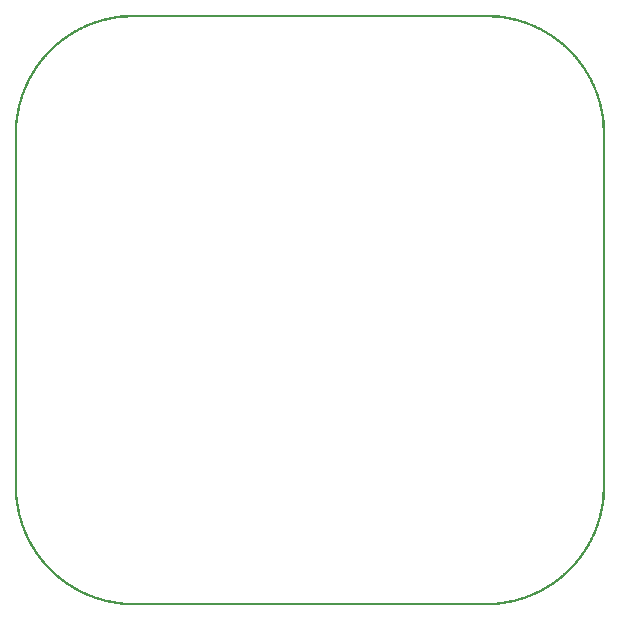
<source format=gbo>
G04 MADE WITH FRITZING*
G04 WWW.FRITZING.ORG*
G04 DOUBLE SIDED*
G04 HOLES PLATED*
G04 CONTOUR ON CENTER OF CONTOUR VECTOR*
%ASAXBY*%
%FSLAX23Y23*%
%MOIN*%
%OFA0B0*%
%SFA1.0B1.0*%
%ADD10R,0.001000X0.001000*%
%LNSILK0*%
G90*
G70*
G54D10*
X376Y1969D02*
X1591Y1969D01*
X362Y1968D02*
X1605Y1968D01*
X352Y1967D02*
X1615Y1967D01*
X343Y1966D02*
X1624Y1966D01*
X336Y1965D02*
X1631Y1965D01*
X330Y1964D02*
X1637Y1964D01*
X324Y1963D02*
X1643Y1963D01*
X319Y1962D02*
X1648Y1962D01*
X314Y1961D02*
X375Y1961D01*
X1592Y1961D02*
X1653Y1961D01*
X310Y1960D02*
X361Y1960D01*
X1606Y1960D02*
X1657Y1960D01*
X305Y1959D02*
X351Y1959D01*
X1616Y1959D02*
X1662Y1959D01*
X301Y1958D02*
X343Y1958D01*
X1624Y1958D02*
X1666Y1958D01*
X297Y1957D02*
X336Y1957D01*
X1631Y1957D02*
X1670Y1957D01*
X293Y1956D02*
X329Y1956D01*
X1638Y1956D02*
X1674Y1956D01*
X290Y1955D02*
X324Y1955D01*
X1643Y1955D02*
X1677Y1955D01*
X286Y1954D02*
X319Y1954D01*
X1648Y1954D02*
X1681Y1954D01*
X283Y1953D02*
X314Y1953D01*
X1653Y1953D02*
X1684Y1953D01*
X279Y1952D02*
X309Y1952D01*
X1658Y1952D02*
X1688Y1952D01*
X276Y1951D02*
X305Y1951D01*
X1662Y1951D02*
X1691Y1951D01*
X273Y1950D02*
X301Y1950D01*
X1666Y1950D02*
X1694Y1950D01*
X270Y1949D02*
X297Y1949D01*
X1670Y1949D02*
X1697Y1949D01*
X267Y1948D02*
X293Y1948D01*
X1674Y1948D02*
X1700Y1948D01*
X264Y1947D02*
X289Y1947D01*
X1678Y1947D02*
X1703Y1947D01*
X262Y1946D02*
X286Y1946D01*
X1681Y1946D02*
X1705Y1946D01*
X259Y1945D02*
X283Y1945D01*
X1684Y1945D02*
X1708Y1945D01*
X256Y1944D02*
X279Y1944D01*
X1688Y1944D02*
X1711Y1944D01*
X254Y1943D02*
X276Y1943D01*
X1691Y1943D02*
X1713Y1943D01*
X251Y1942D02*
X273Y1942D01*
X1694Y1942D02*
X1716Y1942D01*
X249Y1941D02*
X270Y1941D01*
X1697Y1941D02*
X1718Y1941D01*
X246Y1940D02*
X267Y1940D01*
X1700Y1940D02*
X1721Y1940D01*
X244Y1939D02*
X264Y1939D01*
X1703Y1939D02*
X1723Y1939D01*
X241Y1938D02*
X261Y1938D01*
X1706Y1938D02*
X1726Y1938D01*
X239Y1937D02*
X259Y1937D01*
X1708Y1937D02*
X1728Y1937D01*
X237Y1936D02*
X256Y1936D01*
X1711Y1936D02*
X1730Y1936D01*
X235Y1935D02*
X254Y1935D01*
X1713Y1935D02*
X1732Y1935D01*
X232Y1934D02*
X251Y1934D01*
X1716Y1934D02*
X1735Y1934D01*
X230Y1933D02*
X249Y1933D01*
X1718Y1933D02*
X1737Y1933D01*
X228Y1932D02*
X246Y1932D01*
X1721Y1932D02*
X1739Y1932D01*
X226Y1931D02*
X244Y1931D01*
X1723Y1931D02*
X1741Y1931D01*
X224Y1930D02*
X242Y1930D01*
X1725Y1930D02*
X1743Y1930D01*
X222Y1929D02*
X239Y1929D01*
X1728Y1929D02*
X1745Y1929D01*
X220Y1928D02*
X237Y1928D01*
X1730Y1928D02*
X1747Y1928D01*
X218Y1927D02*
X235Y1927D01*
X1732Y1927D02*
X1749Y1927D01*
X216Y1926D02*
X233Y1926D01*
X1734Y1926D02*
X1751Y1926D01*
X214Y1925D02*
X230Y1925D01*
X1737Y1925D02*
X1753Y1925D01*
X212Y1924D02*
X228Y1924D01*
X1739Y1924D02*
X1755Y1924D01*
X210Y1923D02*
X226Y1923D01*
X1741Y1923D02*
X1757Y1923D01*
X208Y1922D02*
X224Y1922D01*
X1743Y1922D02*
X1759Y1922D01*
X206Y1921D02*
X222Y1921D01*
X1745Y1921D02*
X1761Y1921D01*
X204Y1920D02*
X220Y1920D01*
X1747Y1920D02*
X1763Y1920D01*
X203Y1919D02*
X218Y1919D01*
X1749Y1919D02*
X1764Y1919D01*
X201Y1918D02*
X216Y1918D01*
X1751Y1918D02*
X1766Y1918D01*
X199Y1917D02*
X214Y1917D01*
X1753Y1917D02*
X1768Y1917D01*
X197Y1916D02*
X212Y1916D01*
X1755Y1916D02*
X1770Y1916D01*
X196Y1915D02*
X211Y1915D01*
X1756Y1915D02*
X1771Y1915D01*
X194Y1914D02*
X209Y1914D01*
X1758Y1914D02*
X1773Y1914D01*
X192Y1913D02*
X207Y1913D01*
X1760Y1913D02*
X1775Y1913D01*
X191Y1912D02*
X205Y1912D01*
X1762Y1912D02*
X1776Y1912D01*
X189Y1911D02*
X204Y1911D01*
X1763Y1911D02*
X1778Y1911D01*
X187Y1910D02*
X202Y1910D01*
X1765Y1910D02*
X1780Y1910D01*
X186Y1909D02*
X200Y1909D01*
X1767Y1909D02*
X1781Y1909D01*
X184Y1908D02*
X198Y1908D01*
X1769Y1908D02*
X1783Y1908D01*
X183Y1907D02*
X197Y1907D01*
X1770Y1907D02*
X1784Y1907D01*
X181Y1906D02*
X195Y1906D01*
X1772Y1906D02*
X1786Y1906D01*
X180Y1905D02*
X193Y1905D01*
X1774Y1905D02*
X1787Y1905D01*
X178Y1904D02*
X192Y1904D01*
X1775Y1904D02*
X1789Y1904D01*
X176Y1903D02*
X190Y1903D01*
X1777Y1903D02*
X1791Y1903D01*
X175Y1902D02*
X189Y1902D01*
X1778Y1902D02*
X1792Y1902D01*
X173Y1901D02*
X187Y1901D01*
X1780Y1901D02*
X1794Y1901D01*
X172Y1900D02*
X185Y1900D01*
X1782Y1900D02*
X1795Y1900D01*
X171Y1899D02*
X184Y1899D01*
X1783Y1899D02*
X1796Y1899D01*
X169Y1898D02*
X182Y1898D01*
X1785Y1898D02*
X1798Y1898D01*
X168Y1897D02*
X181Y1897D01*
X1786Y1897D02*
X1799Y1897D01*
X166Y1896D02*
X179Y1896D01*
X1788Y1896D02*
X1801Y1896D01*
X165Y1895D02*
X178Y1895D01*
X1789Y1895D02*
X1802Y1895D01*
X164Y1894D02*
X176Y1894D01*
X1791Y1894D02*
X1803Y1894D01*
X162Y1893D02*
X175Y1893D01*
X1792Y1893D02*
X1805Y1893D01*
X161Y1892D02*
X173Y1892D01*
X1794Y1892D02*
X1806Y1892D01*
X159Y1891D02*
X172Y1891D01*
X1795Y1891D02*
X1808Y1891D01*
X158Y1890D02*
X171Y1890D01*
X1796Y1890D02*
X1809Y1890D01*
X157Y1889D02*
X169Y1889D01*
X1798Y1889D02*
X1810Y1889D01*
X156Y1888D02*
X168Y1888D01*
X1799Y1888D02*
X1811Y1888D01*
X154Y1887D02*
X166Y1887D01*
X1801Y1887D02*
X1813Y1887D01*
X153Y1886D02*
X165Y1886D01*
X1802Y1886D02*
X1814Y1886D01*
X152Y1885D02*
X164Y1885D01*
X1803Y1885D02*
X1815Y1885D01*
X150Y1884D02*
X162Y1884D01*
X1805Y1884D02*
X1817Y1884D01*
X149Y1883D02*
X161Y1883D01*
X1806Y1883D02*
X1818Y1883D01*
X148Y1882D02*
X160Y1882D01*
X1807Y1882D02*
X1819Y1882D01*
X147Y1881D02*
X158Y1881D01*
X1809Y1881D02*
X1820Y1881D01*
X145Y1880D02*
X157Y1880D01*
X1810Y1880D02*
X1822Y1880D01*
X144Y1879D02*
X156Y1879D01*
X1811Y1879D02*
X1823Y1879D01*
X143Y1878D02*
X155Y1878D01*
X1812Y1878D02*
X1824Y1878D01*
X142Y1877D02*
X153Y1877D01*
X1814Y1877D02*
X1825Y1877D01*
X141Y1876D02*
X152Y1876D01*
X1815Y1876D02*
X1826Y1876D01*
X139Y1875D02*
X151Y1875D01*
X1816Y1875D02*
X1828Y1875D01*
X138Y1874D02*
X150Y1874D01*
X1817Y1874D02*
X1829Y1874D01*
X137Y1873D02*
X148Y1873D01*
X1819Y1873D02*
X1830Y1873D01*
X136Y1872D02*
X147Y1872D01*
X1820Y1872D02*
X1831Y1872D01*
X135Y1871D02*
X146Y1871D01*
X1821Y1871D02*
X1832Y1871D01*
X134Y1870D02*
X145Y1870D01*
X1822Y1870D02*
X1833Y1870D01*
X132Y1869D02*
X144Y1869D01*
X1823Y1869D02*
X1835Y1869D01*
X131Y1868D02*
X143Y1868D01*
X1824Y1868D02*
X1836Y1868D01*
X130Y1867D02*
X141Y1867D01*
X1826Y1867D02*
X1837Y1867D01*
X129Y1866D02*
X140Y1866D01*
X1827Y1866D02*
X1838Y1866D01*
X128Y1865D02*
X139Y1865D01*
X1828Y1865D02*
X1839Y1865D01*
X127Y1864D02*
X138Y1864D01*
X1829Y1864D02*
X1840Y1864D01*
X126Y1863D02*
X137Y1863D01*
X1830Y1863D02*
X1841Y1863D01*
X125Y1862D02*
X136Y1862D01*
X1831Y1862D02*
X1842Y1862D01*
X124Y1861D02*
X134Y1861D01*
X1833Y1861D02*
X1843Y1861D01*
X123Y1860D02*
X133Y1860D01*
X1834Y1860D02*
X1844Y1860D01*
X122Y1859D02*
X132Y1859D01*
X1835Y1859D02*
X1845Y1859D01*
X121Y1858D02*
X131Y1858D01*
X1836Y1858D02*
X1846Y1858D01*
X120Y1857D02*
X130Y1857D01*
X1837Y1857D02*
X1847Y1857D01*
X119Y1856D02*
X129Y1856D01*
X1838Y1856D02*
X1848Y1856D01*
X118Y1855D02*
X128Y1855D01*
X1839Y1855D02*
X1849Y1855D01*
X116Y1854D02*
X127Y1854D01*
X1840Y1854D02*
X1851Y1854D01*
X115Y1853D02*
X126Y1853D01*
X1841Y1853D02*
X1852Y1853D01*
X115Y1852D02*
X125Y1852D01*
X1842Y1852D02*
X1852Y1852D01*
X114Y1851D02*
X124Y1851D01*
X1843Y1851D02*
X1853Y1851D01*
X113Y1850D02*
X123Y1850D01*
X1844Y1850D02*
X1854Y1850D01*
X112Y1849D02*
X122Y1849D01*
X1845Y1849D02*
X1855Y1849D01*
X111Y1848D02*
X121Y1848D01*
X1846Y1848D02*
X1856Y1848D01*
X110Y1847D02*
X120Y1847D01*
X1847Y1847D02*
X1857Y1847D01*
X109Y1846D02*
X119Y1846D01*
X1848Y1846D02*
X1858Y1846D01*
X108Y1845D02*
X118Y1845D01*
X1849Y1845D02*
X1859Y1845D01*
X107Y1844D02*
X117Y1844D01*
X1850Y1844D02*
X1860Y1844D01*
X106Y1843D02*
X116Y1843D01*
X1851Y1843D02*
X1861Y1843D01*
X105Y1842D02*
X115Y1842D01*
X1852Y1842D02*
X1862Y1842D01*
X104Y1841D02*
X114Y1841D01*
X1853Y1841D02*
X1863Y1841D01*
X103Y1840D02*
X113Y1840D01*
X1854Y1840D02*
X1864Y1840D01*
X102Y1839D02*
X112Y1839D01*
X1855Y1839D02*
X1865Y1839D01*
X101Y1838D02*
X111Y1838D01*
X1856Y1838D02*
X1866Y1838D01*
X100Y1837D02*
X110Y1837D01*
X1857Y1837D02*
X1867Y1837D01*
X100Y1836D02*
X109Y1836D01*
X1858Y1836D02*
X1867Y1836D01*
X99Y1835D02*
X108Y1835D01*
X1859Y1835D02*
X1868Y1835D01*
X98Y1834D02*
X107Y1834D01*
X1860Y1834D02*
X1869Y1834D01*
X97Y1833D02*
X107Y1833D01*
X1860Y1833D02*
X1870Y1833D01*
X96Y1832D02*
X106Y1832D01*
X1861Y1832D02*
X1871Y1832D01*
X95Y1831D02*
X105Y1831D01*
X1862Y1831D02*
X1872Y1831D01*
X94Y1830D02*
X104Y1830D01*
X1863Y1830D02*
X1873Y1830D01*
X94Y1829D02*
X103Y1829D01*
X1864Y1829D02*
X1873Y1829D01*
X93Y1828D02*
X102Y1828D01*
X1865Y1828D02*
X1874Y1828D01*
X92Y1827D02*
X101Y1827D01*
X1866Y1827D02*
X1875Y1827D01*
X91Y1826D02*
X101Y1826D01*
X1866Y1826D02*
X1876Y1826D01*
X90Y1825D02*
X100Y1825D01*
X1867Y1825D02*
X1877Y1825D01*
X89Y1824D02*
X99Y1824D01*
X1868Y1824D02*
X1878Y1824D01*
X89Y1823D02*
X98Y1823D01*
X1869Y1823D02*
X1878Y1823D01*
X88Y1822D02*
X97Y1822D01*
X1870Y1822D02*
X1879Y1822D01*
X87Y1821D02*
X96Y1821D01*
X1871Y1821D02*
X1880Y1821D01*
X86Y1820D02*
X95Y1820D01*
X1872Y1820D02*
X1881Y1820D01*
X85Y1819D02*
X95Y1819D01*
X1872Y1819D02*
X1882Y1819D01*
X85Y1818D02*
X94Y1818D01*
X1873Y1818D02*
X1882Y1818D01*
X84Y1817D02*
X93Y1817D01*
X1874Y1817D02*
X1883Y1817D01*
X83Y1816D02*
X92Y1816D01*
X1875Y1816D02*
X1884Y1816D01*
X82Y1815D02*
X91Y1815D01*
X1876Y1815D02*
X1885Y1815D01*
X82Y1814D02*
X91Y1814D01*
X1876Y1814D02*
X1885Y1814D01*
X81Y1813D02*
X90Y1813D01*
X1877Y1813D02*
X1886Y1813D01*
X80Y1812D02*
X89Y1812D01*
X1878Y1812D02*
X1887Y1812D01*
X79Y1811D02*
X88Y1811D01*
X1879Y1811D02*
X1888Y1811D01*
X78Y1810D02*
X87Y1810D01*
X1880Y1810D02*
X1889Y1810D01*
X78Y1809D02*
X87Y1809D01*
X1880Y1809D02*
X1889Y1809D01*
X77Y1808D02*
X86Y1808D01*
X1881Y1808D02*
X1890Y1808D01*
X76Y1807D02*
X85Y1807D01*
X1882Y1807D02*
X1891Y1807D01*
X76Y1806D02*
X84Y1806D01*
X1883Y1806D02*
X1891Y1806D01*
X75Y1805D02*
X84Y1805D01*
X1883Y1805D02*
X1892Y1805D01*
X74Y1804D02*
X83Y1804D01*
X1884Y1804D02*
X1893Y1804D01*
X73Y1803D02*
X82Y1803D01*
X1885Y1803D02*
X1894Y1803D01*
X73Y1802D02*
X81Y1802D01*
X1886Y1802D02*
X1894Y1802D01*
X72Y1801D02*
X81Y1801D01*
X1886Y1801D02*
X1895Y1801D01*
X71Y1800D02*
X80Y1800D01*
X1887Y1800D02*
X1896Y1800D01*
X71Y1799D02*
X79Y1799D01*
X1888Y1799D02*
X1896Y1799D01*
X70Y1798D02*
X79Y1798D01*
X1888Y1798D02*
X1897Y1798D01*
X69Y1797D02*
X78Y1797D01*
X1889Y1797D02*
X1898Y1797D01*
X68Y1796D02*
X77Y1796D01*
X1890Y1796D02*
X1899Y1796D01*
X68Y1795D02*
X76Y1795D01*
X1891Y1795D02*
X1899Y1795D01*
X67Y1794D02*
X76Y1794D01*
X1891Y1794D02*
X1900Y1794D01*
X66Y1793D02*
X75Y1793D01*
X1892Y1793D02*
X1901Y1793D01*
X66Y1792D02*
X74Y1792D01*
X1893Y1792D02*
X1901Y1792D01*
X65Y1791D02*
X74Y1791D01*
X1893Y1791D02*
X1902Y1791D01*
X65Y1790D02*
X73Y1790D01*
X1894Y1790D02*
X1902Y1790D01*
X64Y1789D02*
X72Y1789D01*
X1895Y1789D02*
X1903Y1789D01*
X63Y1788D02*
X72Y1788D01*
X1895Y1788D02*
X1904Y1788D01*
X63Y1787D02*
X71Y1787D01*
X1896Y1787D02*
X1904Y1787D01*
X62Y1786D02*
X70Y1786D01*
X1897Y1786D02*
X1905Y1786D01*
X61Y1785D02*
X70Y1785D01*
X1897Y1785D02*
X1906Y1785D01*
X61Y1784D02*
X69Y1784D01*
X1898Y1784D02*
X1906Y1784D01*
X60Y1783D02*
X68Y1783D01*
X1899Y1783D02*
X1907Y1783D01*
X59Y1782D02*
X68Y1782D01*
X1899Y1782D02*
X1908Y1782D01*
X59Y1781D02*
X67Y1781D01*
X1900Y1781D02*
X1908Y1781D01*
X58Y1780D02*
X67Y1780D01*
X1900Y1780D02*
X1909Y1780D01*
X58Y1779D02*
X66Y1779D01*
X1901Y1779D02*
X1909Y1779D01*
X57Y1778D02*
X65Y1778D01*
X1902Y1778D02*
X1910Y1778D01*
X56Y1777D02*
X65Y1777D01*
X1902Y1777D02*
X1911Y1777D01*
X56Y1776D02*
X64Y1776D01*
X1903Y1776D02*
X1911Y1776D01*
X55Y1775D02*
X63Y1775D01*
X1904Y1775D02*
X1912Y1775D01*
X55Y1774D02*
X63Y1774D01*
X1904Y1774D02*
X1912Y1774D01*
X54Y1773D02*
X62Y1773D01*
X1905Y1773D02*
X1913Y1773D01*
X53Y1772D02*
X62Y1772D01*
X1905Y1772D02*
X1914Y1772D01*
X53Y1771D02*
X61Y1771D01*
X1906Y1771D02*
X1914Y1771D01*
X52Y1770D02*
X60Y1770D01*
X1907Y1770D02*
X1915Y1770D01*
X52Y1769D02*
X60Y1769D01*
X1907Y1769D02*
X1915Y1769D01*
X51Y1768D02*
X59Y1768D01*
X1908Y1768D02*
X1916Y1768D01*
X51Y1767D02*
X59Y1767D01*
X1908Y1767D02*
X1916Y1767D01*
X50Y1766D02*
X58Y1766D01*
X1909Y1766D02*
X1917Y1766D01*
X49Y1765D02*
X58Y1765D01*
X1909Y1765D02*
X1918Y1765D01*
X49Y1764D02*
X57Y1764D01*
X1910Y1764D02*
X1918Y1764D01*
X48Y1763D02*
X56Y1763D01*
X1911Y1763D02*
X1919Y1763D01*
X48Y1762D02*
X56Y1762D01*
X1911Y1762D02*
X1919Y1762D01*
X47Y1761D02*
X55Y1761D01*
X1912Y1761D02*
X1920Y1761D01*
X47Y1760D02*
X55Y1760D01*
X1912Y1760D02*
X1920Y1760D01*
X46Y1759D02*
X54Y1759D01*
X1913Y1759D02*
X1921Y1759D01*
X46Y1758D02*
X54Y1758D01*
X1913Y1758D02*
X1921Y1758D01*
X45Y1757D02*
X53Y1757D01*
X1914Y1757D02*
X1922Y1757D01*
X45Y1756D02*
X52Y1756D01*
X1915Y1756D02*
X1922Y1756D01*
X44Y1755D02*
X52Y1755D01*
X1915Y1755D02*
X1923Y1755D01*
X44Y1754D02*
X51Y1754D01*
X1916Y1754D02*
X1923Y1754D01*
X43Y1753D02*
X51Y1753D01*
X1916Y1753D02*
X1924Y1753D01*
X43Y1752D02*
X50Y1752D01*
X1917Y1752D02*
X1924Y1752D01*
X42Y1751D02*
X50Y1751D01*
X1917Y1751D02*
X1925Y1751D01*
X42Y1750D02*
X49Y1750D01*
X1918Y1750D02*
X1925Y1750D01*
X41Y1749D02*
X49Y1749D01*
X1918Y1749D02*
X1926Y1749D01*
X41Y1748D02*
X48Y1748D01*
X1919Y1748D02*
X1926Y1748D01*
X40Y1747D02*
X48Y1747D01*
X1919Y1747D02*
X1927Y1747D01*
X40Y1746D02*
X47Y1746D01*
X1920Y1746D02*
X1927Y1746D01*
X39Y1745D02*
X47Y1745D01*
X1920Y1745D02*
X1928Y1745D01*
X39Y1744D02*
X46Y1744D01*
X1921Y1744D02*
X1928Y1744D01*
X38Y1743D02*
X46Y1743D01*
X1921Y1743D02*
X1929Y1743D01*
X38Y1742D02*
X45Y1742D01*
X1922Y1742D02*
X1929Y1742D01*
X37Y1741D02*
X45Y1741D01*
X1922Y1741D02*
X1930Y1741D01*
X37Y1740D02*
X44Y1740D01*
X1923Y1740D02*
X1930Y1740D01*
X36Y1739D02*
X44Y1739D01*
X1923Y1739D02*
X1931Y1739D01*
X36Y1738D02*
X43Y1738D01*
X1924Y1738D02*
X1931Y1738D01*
X35Y1737D02*
X43Y1737D01*
X1924Y1737D02*
X1932Y1737D01*
X35Y1736D02*
X43Y1736D01*
X1924Y1736D02*
X1932Y1736D01*
X35Y1735D02*
X42Y1735D01*
X1925Y1735D02*
X1932Y1735D01*
X34Y1734D02*
X42Y1734D01*
X1925Y1734D02*
X1933Y1734D01*
X34Y1733D02*
X41Y1733D01*
X1926Y1733D02*
X1933Y1733D01*
X33Y1732D02*
X41Y1732D01*
X1926Y1732D02*
X1934Y1732D01*
X33Y1731D02*
X40Y1731D01*
X1927Y1731D02*
X1934Y1731D01*
X32Y1730D02*
X40Y1730D01*
X1927Y1730D02*
X1935Y1730D01*
X32Y1729D02*
X39Y1729D01*
X1928Y1729D02*
X1935Y1729D01*
X31Y1728D02*
X39Y1728D01*
X1928Y1728D02*
X1936Y1728D01*
X31Y1727D02*
X39Y1727D01*
X1928Y1727D02*
X1936Y1727D01*
X31Y1726D02*
X38Y1726D01*
X1929Y1726D02*
X1936Y1726D01*
X30Y1725D02*
X38Y1725D01*
X1929Y1725D02*
X1937Y1725D01*
X30Y1724D02*
X37Y1724D01*
X1930Y1724D02*
X1937Y1724D01*
X29Y1723D02*
X37Y1723D01*
X1930Y1723D02*
X1938Y1723D01*
X29Y1722D02*
X36Y1722D01*
X1931Y1722D02*
X1938Y1722D01*
X29Y1721D02*
X36Y1721D01*
X1931Y1721D02*
X1938Y1721D01*
X28Y1720D02*
X36Y1720D01*
X1931Y1720D02*
X1939Y1720D01*
X28Y1719D02*
X35Y1719D01*
X1932Y1719D02*
X1939Y1719D01*
X27Y1718D02*
X35Y1718D01*
X1932Y1718D02*
X1940Y1718D01*
X27Y1717D02*
X34Y1717D01*
X1933Y1717D02*
X1940Y1717D01*
X27Y1716D02*
X34Y1716D01*
X1933Y1716D02*
X1940Y1716D01*
X26Y1715D02*
X34Y1715D01*
X1933Y1715D02*
X1941Y1715D01*
X26Y1714D02*
X33Y1714D01*
X1934Y1714D02*
X1941Y1714D01*
X25Y1713D02*
X33Y1713D01*
X1934Y1713D02*
X1942Y1713D01*
X25Y1712D02*
X32Y1712D01*
X1935Y1712D02*
X1942Y1712D01*
X25Y1711D02*
X32Y1711D01*
X1935Y1711D02*
X1942Y1711D01*
X24Y1710D02*
X32Y1710D01*
X1935Y1710D02*
X1943Y1710D01*
X24Y1709D02*
X31Y1709D01*
X1936Y1709D02*
X1943Y1709D01*
X24Y1708D02*
X31Y1708D01*
X1936Y1708D02*
X1943Y1708D01*
X23Y1707D02*
X30Y1707D01*
X1937Y1707D02*
X1944Y1707D01*
X23Y1706D02*
X30Y1706D01*
X1937Y1706D02*
X1944Y1706D01*
X22Y1705D02*
X30Y1705D01*
X1937Y1705D02*
X1945Y1705D01*
X22Y1704D02*
X29Y1704D01*
X1938Y1704D02*
X1945Y1704D01*
X22Y1703D02*
X29Y1703D01*
X1938Y1703D02*
X1945Y1703D01*
X21Y1702D02*
X29Y1702D01*
X1938Y1702D02*
X1946Y1702D01*
X21Y1701D02*
X28Y1701D01*
X1939Y1701D02*
X1946Y1701D01*
X21Y1700D02*
X28Y1700D01*
X1939Y1700D02*
X1946Y1700D01*
X20Y1699D02*
X28Y1699D01*
X1939Y1699D02*
X1947Y1699D01*
X20Y1698D02*
X27Y1698D01*
X1940Y1698D02*
X1947Y1698D01*
X20Y1697D02*
X27Y1697D01*
X1940Y1697D02*
X1947Y1697D01*
X19Y1696D02*
X27Y1696D01*
X1940Y1696D02*
X1948Y1696D01*
X19Y1695D02*
X26Y1695D01*
X1941Y1695D02*
X1948Y1695D01*
X19Y1694D02*
X26Y1694D01*
X1941Y1694D02*
X1948Y1694D01*
X18Y1693D02*
X26Y1693D01*
X1941Y1693D02*
X1949Y1693D01*
X18Y1692D02*
X25Y1692D01*
X1942Y1692D02*
X1949Y1692D01*
X18Y1691D02*
X25Y1691D01*
X1942Y1691D02*
X1949Y1691D01*
X17Y1690D02*
X25Y1690D01*
X1942Y1690D02*
X1950Y1690D01*
X17Y1689D02*
X24Y1689D01*
X1943Y1689D02*
X1950Y1689D01*
X17Y1688D02*
X24Y1688D01*
X1943Y1688D02*
X1950Y1688D01*
X17Y1687D02*
X24Y1687D01*
X1943Y1687D02*
X1950Y1687D01*
X16Y1686D02*
X24Y1686D01*
X1943Y1686D02*
X1951Y1686D01*
X16Y1685D02*
X23Y1685D01*
X1944Y1685D02*
X1951Y1685D01*
X16Y1684D02*
X23Y1684D01*
X1944Y1684D02*
X1951Y1684D01*
X15Y1683D02*
X23Y1683D01*
X1944Y1683D02*
X1952Y1683D01*
X15Y1682D02*
X22Y1682D01*
X1945Y1682D02*
X1952Y1682D01*
X15Y1681D02*
X22Y1681D01*
X1945Y1681D02*
X1952Y1681D01*
X15Y1680D02*
X22Y1680D01*
X1945Y1680D02*
X1952Y1680D01*
X14Y1679D02*
X21Y1679D01*
X1946Y1679D02*
X1953Y1679D01*
X14Y1678D02*
X21Y1678D01*
X1946Y1678D02*
X1953Y1678D01*
X14Y1677D02*
X21Y1677D01*
X1946Y1677D02*
X1953Y1677D01*
X13Y1676D02*
X21Y1676D01*
X1946Y1676D02*
X1954Y1676D01*
X13Y1675D02*
X20Y1675D01*
X1947Y1675D02*
X1954Y1675D01*
X13Y1674D02*
X20Y1674D01*
X1947Y1674D02*
X1954Y1674D01*
X13Y1673D02*
X20Y1673D01*
X1947Y1673D02*
X1954Y1673D01*
X12Y1672D02*
X20Y1672D01*
X1947Y1672D02*
X1955Y1672D01*
X12Y1671D02*
X19Y1671D01*
X1948Y1671D02*
X1955Y1671D01*
X12Y1670D02*
X19Y1670D01*
X1948Y1670D02*
X1955Y1670D01*
X12Y1669D02*
X19Y1669D01*
X1948Y1669D02*
X1955Y1669D01*
X11Y1668D02*
X19Y1668D01*
X1948Y1668D02*
X1956Y1668D01*
X11Y1667D02*
X18Y1667D01*
X1949Y1667D02*
X1956Y1667D01*
X11Y1666D02*
X18Y1666D01*
X1949Y1666D02*
X1956Y1666D01*
X11Y1665D02*
X18Y1665D01*
X1949Y1665D02*
X1956Y1665D01*
X10Y1664D02*
X18Y1664D01*
X1949Y1664D02*
X1957Y1664D01*
X10Y1663D02*
X17Y1663D01*
X1950Y1663D02*
X1957Y1663D01*
X10Y1662D02*
X17Y1662D01*
X1950Y1662D02*
X1957Y1662D01*
X10Y1661D02*
X17Y1661D01*
X1950Y1661D02*
X1957Y1661D01*
X10Y1660D02*
X17Y1660D01*
X1950Y1660D02*
X1957Y1660D01*
X9Y1659D02*
X16Y1659D01*
X1951Y1659D02*
X1958Y1659D01*
X9Y1658D02*
X16Y1658D01*
X1951Y1658D02*
X1958Y1658D01*
X9Y1657D02*
X16Y1657D01*
X1951Y1657D02*
X1958Y1657D01*
X9Y1656D02*
X16Y1656D01*
X1951Y1656D02*
X1958Y1656D01*
X8Y1655D02*
X16Y1655D01*
X1951Y1655D02*
X1959Y1655D01*
X8Y1654D02*
X15Y1654D01*
X1952Y1654D02*
X1959Y1654D01*
X8Y1653D02*
X15Y1653D01*
X1952Y1653D02*
X1959Y1653D01*
X8Y1652D02*
X15Y1652D01*
X1952Y1652D02*
X1959Y1652D01*
X8Y1651D02*
X15Y1651D01*
X1952Y1651D02*
X1959Y1651D01*
X7Y1650D02*
X15Y1650D01*
X1952Y1650D02*
X1960Y1650D01*
X7Y1649D02*
X14Y1649D01*
X1953Y1649D02*
X1960Y1649D01*
X7Y1648D02*
X14Y1648D01*
X1953Y1648D02*
X1960Y1648D01*
X7Y1647D02*
X14Y1647D01*
X1953Y1647D02*
X1960Y1647D01*
X7Y1646D02*
X14Y1646D01*
X1953Y1646D02*
X1960Y1646D01*
X6Y1645D02*
X14Y1645D01*
X1953Y1645D02*
X1961Y1645D01*
X6Y1644D02*
X13Y1644D01*
X1954Y1644D02*
X1961Y1644D01*
X6Y1643D02*
X13Y1643D01*
X1954Y1643D02*
X1961Y1643D01*
X6Y1642D02*
X13Y1642D01*
X1954Y1642D02*
X1961Y1642D01*
X6Y1641D02*
X13Y1641D01*
X1954Y1641D02*
X1961Y1641D01*
X6Y1640D02*
X13Y1640D01*
X1954Y1640D02*
X1961Y1640D01*
X5Y1639D02*
X12Y1639D01*
X1955Y1639D02*
X1962Y1639D01*
X5Y1638D02*
X12Y1638D01*
X1955Y1638D02*
X1962Y1638D01*
X5Y1637D02*
X12Y1637D01*
X1955Y1637D02*
X1962Y1637D01*
X5Y1636D02*
X12Y1636D01*
X1955Y1636D02*
X1962Y1636D01*
X5Y1635D02*
X12Y1635D01*
X1955Y1635D02*
X1962Y1635D01*
X5Y1634D02*
X12Y1634D01*
X1955Y1634D02*
X1962Y1634D01*
X4Y1633D02*
X12Y1633D01*
X1955Y1633D02*
X1963Y1633D01*
X4Y1632D02*
X11Y1632D01*
X1956Y1632D02*
X1963Y1632D01*
X4Y1631D02*
X11Y1631D01*
X1956Y1631D02*
X1963Y1631D01*
X4Y1630D02*
X11Y1630D01*
X1956Y1630D02*
X1963Y1630D01*
X4Y1629D02*
X11Y1629D01*
X1956Y1629D02*
X1963Y1629D01*
X4Y1628D02*
X11Y1628D01*
X1956Y1628D02*
X1963Y1628D01*
X4Y1627D02*
X11Y1627D01*
X1956Y1627D02*
X1963Y1627D01*
X3Y1626D02*
X11Y1626D01*
X1956Y1626D02*
X1964Y1626D01*
X3Y1625D02*
X10Y1625D01*
X1957Y1625D02*
X1964Y1625D01*
X3Y1624D02*
X10Y1624D01*
X1957Y1624D02*
X1964Y1624D01*
X3Y1623D02*
X10Y1623D01*
X1957Y1623D02*
X1964Y1623D01*
X3Y1622D02*
X10Y1622D01*
X1957Y1622D02*
X1964Y1622D01*
X3Y1621D02*
X10Y1621D01*
X1957Y1621D02*
X1964Y1621D01*
X3Y1620D02*
X10Y1620D01*
X1957Y1620D02*
X1964Y1620D01*
X3Y1619D02*
X10Y1619D01*
X1957Y1619D02*
X1964Y1619D01*
X3Y1618D02*
X10Y1618D01*
X1957Y1618D02*
X1964Y1618D01*
X2Y1617D02*
X9Y1617D01*
X1958Y1617D02*
X1965Y1617D01*
X2Y1616D02*
X9Y1616D01*
X1958Y1616D02*
X1965Y1616D01*
X2Y1615D02*
X9Y1615D01*
X1958Y1615D02*
X1965Y1615D01*
X2Y1614D02*
X9Y1614D01*
X1958Y1614D02*
X1965Y1614D01*
X2Y1613D02*
X9Y1613D01*
X1958Y1613D02*
X1965Y1613D01*
X2Y1612D02*
X9Y1612D01*
X1958Y1612D02*
X1965Y1612D01*
X2Y1611D02*
X9Y1611D01*
X1958Y1611D02*
X1965Y1611D01*
X2Y1610D02*
X9Y1610D01*
X1958Y1610D02*
X1965Y1610D01*
X2Y1609D02*
X9Y1609D01*
X1958Y1609D02*
X1965Y1609D01*
X2Y1608D02*
X9Y1608D01*
X1958Y1608D02*
X1965Y1608D01*
X1Y1607D02*
X8Y1607D01*
X1959Y1607D02*
X1966Y1607D01*
X1Y1606D02*
X8Y1606D01*
X1959Y1606D02*
X1966Y1606D01*
X1Y1605D02*
X8Y1605D01*
X1959Y1605D02*
X1966Y1605D01*
X1Y1604D02*
X8Y1604D01*
X1959Y1604D02*
X1966Y1604D01*
X1Y1603D02*
X8Y1603D01*
X1959Y1603D02*
X1966Y1603D01*
X1Y1602D02*
X8Y1602D01*
X1959Y1602D02*
X1966Y1602D01*
X1Y1601D02*
X8Y1601D01*
X1959Y1601D02*
X1966Y1601D01*
X1Y1600D02*
X8Y1600D01*
X1959Y1600D02*
X1966Y1600D01*
X1Y1599D02*
X8Y1599D01*
X1959Y1599D02*
X1966Y1599D01*
X1Y1598D02*
X8Y1598D01*
X1959Y1598D02*
X1966Y1598D01*
X1Y1597D02*
X8Y1597D01*
X1959Y1597D02*
X1966Y1597D01*
X1Y1596D02*
X8Y1596D01*
X1959Y1596D02*
X1966Y1596D01*
X1Y1595D02*
X8Y1595D01*
X1959Y1595D02*
X1966Y1595D01*
X1Y1594D02*
X8Y1594D01*
X1959Y1594D02*
X1966Y1594D01*
X0Y1593D02*
X7Y1593D01*
X1960Y1593D02*
X1967Y1593D01*
X0Y1592D02*
X7Y1592D01*
X1960Y1592D02*
X1967Y1592D01*
X0Y1591D02*
X7Y1591D01*
X1960Y1591D02*
X1967Y1591D01*
X0Y1590D02*
X7Y1590D01*
X1960Y1590D02*
X1967Y1590D01*
X0Y1589D02*
X7Y1589D01*
X1960Y1589D02*
X1967Y1589D01*
X0Y1588D02*
X7Y1588D01*
X1960Y1588D02*
X1967Y1588D01*
X0Y1587D02*
X7Y1587D01*
X1960Y1587D02*
X1967Y1587D01*
X0Y1586D02*
X7Y1586D01*
X1960Y1586D02*
X1967Y1586D01*
X0Y1585D02*
X7Y1585D01*
X1960Y1585D02*
X1967Y1585D01*
X0Y1584D02*
X7Y1584D01*
X1960Y1584D02*
X1967Y1584D01*
X0Y1583D02*
X7Y1583D01*
X1960Y1583D02*
X1967Y1583D01*
X0Y1582D02*
X7Y1582D01*
X1960Y1582D02*
X1967Y1582D01*
X0Y1581D02*
X7Y1581D01*
X1960Y1581D02*
X1967Y1581D01*
X0Y1580D02*
X7Y1580D01*
X1960Y1580D02*
X1967Y1580D01*
X0Y1579D02*
X7Y1579D01*
X1960Y1579D02*
X1967Y1579D01*
X0Y1578D02*
X7Y1578D01*
X1960Y1578D02*
X1967Y1578D01*
X0Y1577D02*
X7Y1577D01*
X1960Y1577D02*
X1967Y1577D01*
X0Y1576D02*
X7Y1576D01*
X1960Y1576D02*
X1967Y1576D01*
X0Y1575D02*
X7Y1575D01*
X1960Y1575D02*
X1967Y1575D01*
X0Y1574D02*
X7Y1574D01*
X1960Y1574D02*
X1967Y1574D01*
X0Y1573D02*
X7Y1573D01*
X1960Y1573D02*
X1967Y1573D01*
X0Y1572D02*
X7Y1572D01*
X1960Y1572D02*
X1967Y1572D01*
X0Y1571D02*
X7Y1571D01*
X1960Y1571D02*
X1967Y1571D01*
X0Y1570D02*
X7Y1570D01*
X1960Y1570D02*
X1967Y1570D01*
X0Y1569D02*
X7Y1569D01*
X1960Y1569D02*
X1967Y1569D01*
X0Y1568D02*
X7Y1568D01*
X1960Y1568D02*
X1967Y1568D01*
X0Y1567D02*
X7Y1567D01*
X1960Y1567D02*
X1967Y1567D01*
X0Y1566D02*
X7Y1566D01*
X1960Y1566D02*
X1967Y1566D01*
X0Y1565D02*
X7Y1565D01*
X1960Y1565D02*
X1967Y1565D01*
X0Y1564D02*
X7Y1564D01*
X1960Y1564D02*
X1967Y1564D01*
X0Y1563D02*
X7Y1563D01*
X1960Y1563D02*
X1967Y1563D01*
X0Y1562D02*
X7Y1562D01*
X1960Y1562D02*
X1967Y1562D01*
X0Y1561D02*
X7Y1561D01*
X1960Y1561D02*
X1967Y1561D01*
X0Y1560D02*
X7Y1560D01*
X1960Y1560D02*
X1967Y1560D01*
X0Y1559D02*
X7Y1559D01*
X1960Y1559D02*
X1967Y1559D01*
X0Y1558D02*
X7Y1558D01*
X1960Y1558D02*
X1967Y1558D01*
X0Y1557D02*
X7Y1557D01*
X1960Y1557D02*
X1967Y1557D01*
X0Y1556D02*
X7Y1556D01*
X1960Y1556D02*
X1967Y1556D01*
X0Y1555D02*
X7Y1555D01*
X1960Y1555D02*
X1967Y1555D01*
X0Y1554D02*
X7Y1554D01*
X1960Y1554D02*
X1967Y1554D01*
X0Y1553D02*
X7Y1553D01*
X1960Y1553D02*
X1967Y1553D01*
X0Y1552D02*
X7Y1552D01*
X1960Y1552D02*
X1967Y1552D01*
X0Y1551D02*
X7Y1551D01*
X1960Y1551D02*
X1967Y1551D01*
X0Y1550D02*
X7Y1550D01*
X1960Y1550D02*
X1967Y1550D01*
X0Y1549D02*
X7Y1549D01*
X1960Y1549D02*
X1967Y1549D01*
X0Y1548D02*
X7Y1548D01*
X1960Y1548D02*
X1967Y1548D01*
X0Y1547D02*
X7Y1547D01*
X1960Y1547D02*
X1967Y1547D01*
X0Y1546D02*
X7Y1546D01*
X1960Y1546D02*
X1967Y1546D01*
X0Y1545D02*
X7Y1545D01*
X1960Y1545D02*
X1967Y1545D01*
X0Y1544D02*
X7Y1544D01*
X1960Y1544D02*
X1967Y1544D01*
X0Y1543D02*
X7Y1543D01*
X1960Y1543D02*
X1967Y1543D01*
X0Y1542D02*
X7Y1542D01*
X1960Y1542D02*
X1967Y1542D01*
X0Y1541D02*
X7Y1541D01*
X1960Y1541D02*
X1967Y1541D01*
X0Y1540D02*
X7Y1540D01*
X1960Y1540D02*
X1967Y1540D01*
X0Y1539D02*
X7Y1539D01*
X1960Y1539D02*
X1967Y1539D01*
X0Y1538D02*
X7Y1538D01*
X1960Y1538D02*
X1967Y1538D01*
X0Y1537D02*
X7Y1537D01*
X1960Y1537D02*
X1967Y1537D01*
X0Y1536D02*
X7Y1536D01*
X1960Y1536D02*
X1967Y1536D01*
X0Y1535D02*
X7Y1535D01*
X1960Y1535D02*
X1967Y1535D01*
X0Y1534D02*
X7Y1534D01*
X1960Y1534D02*
X1967Y1534D01*
X0Y1533D02*
X7Y1533D01*
X1960Y1533D02*
X1967Y1533D01*
X0Y1532D02*
X7Y1532D01*
X1960Y1532D02*
X1967Y1532D01*
X0Y1531D02*
X7Y1531D01*
X1960Y1531D02*
X1967Y1531D01*
X0Y1530D02*
X7Y1530D01*
X1960Y1530D02*
X1967Y1530D01*
X0Y1529D02*
X7Y1529D01*
X1960Y1529D02*
X1967Y1529D01*
X0Y1528D02*
X7Y1528D01*
X1960Y1528D02*
X1967Y1528D01*
X0Y1527D02*
X7Y1527D01*
X1960Y1527D02*
X1967Y1527D01*
X0Y1526D02*
X7Y1526D01*
X1960Y1526D02*
X1967Y1526D01*
X0Y1525D02*
X7Y1525D01*
X1960Y1525D02*
X1967Y1525D01*
X0Y1524D02*
X7Y1524D01*
X1960Y1524D02*
X1967Y1524D01*
X0Y1523D02*
X7Y1523D01*
X1960Y1523D02*
X1967Y1523D01*
X0Y1522D02*
X7Y1522D01*
X1960Y1522D02*
X1967Y1522D01*
X0Y1521D02*
X7Y1521D01*
X1960Y1521D02*
X1967Y1521D01*
X0Y1520D02*
X7Y1520D01*
X1960Y1520D02*
X1967Y1520D01*
X0Y1519D02*
X7Y1519D01*
X1960Y1519D02*
X1967Y1519D01*
X0Y1518D02*
X7Y1518D01*
X1960Y1518D02*
X1967Y1518D01*
X0Y1517D02*
X7Y1517D01*
X1960Y1517D02*
X1967Y1517D01*
X0Y1516D02*
X7Y1516D01*
X1960Y1516D02*
X1967Y1516D01*
X0Y1515D02*
X7Y1515D01*
X1960Y1515D02*
X1967Y1515D01*
X0Y1514D02*
X7Y1514D01*
X1960Y1514D02*
X1967Y1514D01*
X0Y1513D02*
X7Y1513D01*
X1960Y1513D02*
X1967Y1513D01*
X0Y1512D02*
X7Y1512D01*
X1960Y1512D02*
X1967Y1512D01*
X0Y1511D02*
X7Y1511D01*
X1960Y1511D02*
X1967Y1511D01*
X0Y1510D02*
X7Y1510D01*
X1960Y1510D02*
X1967Y1510D01*
X0Y1509D02*
X7Y1509D01*
X1960Y1509D02*
X1967Y1509D01*
X0Y1508D02*
X7Y1508D01*
X1960Y1508D02*
X1967Y1508D01*
X0Y1507D02*
X7Y1507D01*
X1960Y1507D02*
X1967Y1507D01*
X0Y1506D02*
X7Y1506D01*
X1960Y1506D02*
X1967Y1506D01*
X0Y1505D02*
X7Y1505D01*
X1960Y1505D02*
X1967Y1505D01*
X0Y1504D02*
X7Y1504D01*
X1960Y1504D02*
X1967Y1504D01*
X0Y1503D02*
X7Y1503D01*
X1960Y1503D02*
X1967Y1503D01*
X0Y1502D02*
X7Y1502D01*
X1960Y1502D02*
X1967Y1502D01*
X0Y1501D02*
X7Y1501D01*
X1960Y1501D02*
X1967Y1501D01*
X0Y1500D02*
X7Y1500D01*
X1960Y1500D02*
X1967Y1500D01*
X0Y1499D02*
X7Y1499D01*
X1960Y1499D02*
X1967Y1499D01*
X0Y1498D02*
X7Y1498D01*
X1960Y1498D02*
X1967Y1498D01*
X0Y1497D02*
X7Y1497D01*
X1960Y1497D02*
X1967Y1497D01*
X0Y1496D02*
X7Y1496D01*
X1960Y1496D02*
X1967Y1496D01*
X0Y1495D02*
X7Y1495D01*
X1960Y1495D02*
X1967Y1495D01*
X0Y1494D02*
X7Y1494D01*
X1960Y1494D02*
X1967Y1494D01*
X0Y1493D02*
X7Y1493D01*
X1960Y1493D02*
X1967Y1493D01*
X0Y1492D02*
X7Y1492D01*
X1960Y1492D02*
X1967Y1492D01*
X0Y1491D02*
X7Y1491D01*
X1960Y1491D02*
X1967Y1491D01*
X0Y1490D02*
X7Y1490D01*
X1960Y1490D02*
X1967Y1490D01*
X0Y1489D02*
X7Y1489D01*
X1960Y1489D02*
X1967Y1489D01*
X0Y1488D02*
X7Y1488D01*
X1960Y1488D02*
X1967Y1488D01*
X0Y1487D02*
X7Y1487D01*
X1960Y1487D02*
X1967Y1487D01*
X0Y1486D02*
X7Y1486D01*
X1960Y1486D02*
X1967Y1486D01*
X0Y1485D02*
X7Y1485D01*
X1960Y1485D02*
X1967Y1485D01*
X0Y1484D02*
X7Y1484D01*
X1960Y1484D02*
X1967Y1484D01*
X0Y1483D02*
X7Y1483D01*
X1960Y1483D02*
X1967Y1483D01*
X0Y1482D02*
X7Y1482D01*
X1960Y1482D02*
X1967Y1482D01*
X0Y1481D02*
X7Y1481D01*
X1960Y1481D02*
X1967Y1481D01*
X0Y1480D02*
X7Y1480D01*
X1960Y1480D02*
X1967Y1480D01*
X0Y1479D02*
X7Y1479D01*
X1960Y1479D02*
X1967Y1479D01*
X0Y1478D02*
X7Y1478D01*
X1960Y1478D02*
X1967Y1478D01*
X0Y1477D02*
X7Y1477D01*
X1960Y1477D02*
X1967Y1477D01*
X0Y1476D02*
X7Y1476D01*
X1960Y1476D02*
X1967Y1476D01*
X0Y1475D02*
X7Y1475D01*
X1960Y1475D02*
X1967Y1475D01*
X0Y1474D02*
X7Y1474D01*
X1960Y1474D02*
X1967Y1474D01*
X0Y1473D02*
X7Y1473D01*
X1960Y1473D02*
X1967Y1473D01*
X0Y1472D02*
X7Y1472D01*
X1960Y1472D02*
X1967Y1472D01*
X0Y1471D02*
X7Y1471D01*
X1960Y1471D02*
X1967Y1471D01*
X0Y1470D02*
X7Y1470D01*
X1960Y1470D02*
X1967Y1470D01*
X0Y1469D02*
X7Y1469D01*
X1960Y1469D02*
X1967Y1469D01*
X0Y1468D02*
X7Y1468D01*
X1960Y1468D02*
X1967Y1468D01*
X0Y1467D02*
X7Y1467D01*
X1960Y1467D02*
X1967Y1467D01*
X0Y1466D02*
X7Y1466D01*
X1960Y1466D02*
X1967Y1466D01*
X0Y1465D02*
X7Y1465D01*
X1960Y1465D02*
X1967Y1465D01*
X0Y1464D02*
X7Y1464D01*
X1960Y1464D02*
X1967Y1464D01*
X0Y1463D02*
X7Y1463D01*
X1960Y1463D02*
X1967Y1463D01*
X0Y1462D02*
X7Y1462D01*
X1960Y1462D02*
X1967Y1462D01*
X0Y1461D02*
X7Y1461D01*
X1960Y1461D02*
X1967Y1461D01*
X0Y1460D02*
X7Y1460D01*
X1960Y1460D02*
X1967Y1460D01*
X0Y1459D02*
X7Y1459D01*
X1960Y1459D02*
X1967Y1459D01*
X0Y1458D02*
X7Y1458D01*
X1960Y1458D02*
X1967Y1458D01*
X0Y1457D02*
X7Y1457D01*
X1960Y1457D02*
X1967Y1457D01*
X0Y1456D02*
X7Y1456D01*
X1960Y1456D02*
X1967Y1456D01*
X0Y1455D02*
X7Y1455D01*
X1960Y1455D02*
X1967Y1455D01*
X0Y1454D02*
X7Y1454D01*
X1960Y1454D02*
X1967Y1454D01*
X0Y1453D02*
X7Y1453D01*
X1960Y1453D02*
X1967Y1453D01*
X0Y1452D02*
X7Y1452D01*
X1960Y1452D02*
X1967Y1452D01*
X0Y1451D02*
X7Y1451D01*
X1960Y1451D02*
X1967Y1451D01*
X0Y1450D02*
X7Y1450D01*
X1960Y1450D02*
X1967Y1450D01*
X0Y1449D02*
X7Y1449D01*
X1960Y1449D02*
X1967Y1449D01*
X0Y1448D02*
X7Y1448D01*
X1960Y1448D02*
X1967Y1448D01*
X0Y1447D02*
X7Y1447D01*
X1960Y1447D02*
X1967Y1447D01*
X0Y1446D02*
X7Y1446D01*
X1960Y1446D02*
X1967Y1446D01*
X0Y1445D02*
X7Y1445D01*
X1960Y1445D02*
X1967Y1445D01*
X0Y1444D02*
X7Y1444D01*
X1960Y1444D02*
X1967Y1444D01*
X0Y1443D02*
X7Y1443D01*
X1960Y1443D02*
X1967Y1443D01*
X0Y1442D02*
X7Y1442D01*
X1960Y1442D02*
X1967Y1442D01*
X0Y1441D02*
X7Y1441D01*
X1960Y1441D02*
X1967Y1441D01*
X0Y1440D02*
X7Y1440D01*
X1960Y1440D02*
X1967Y1440D01*
X0Y1439D02*
X7Y1439D01*
X1960Y1439D02*
X1967Y1439D01*
X0Y1438D02*
X7Y1438D01*
X1960Y1438D02*
X1967Y1438D01*
X0Y1437D02*
X7Y1437D01*
X1960Y1437D02*
X1967Y1437D01*
X0Y1436D02*
X7Y1436D01*
X1960Y1436D02*
X1967Y1436D01*
X0Y1435D02*
X7Y1435D01*
X1960Y1435D02*
X1967Y1435D01*
X0Y1434D02*
X7Y1434D01*
X1960Y1434D02*
X1967Y1434D01*
X0Y1433D02*
X7Y1433D01*
X1960Y1433D02*
X1967Y1433D01*
X0Y1432D02*
X7Y1432D01*
X1960Y1432D02*
X1967Y1432D01*
X0Y1431D02*
X7Y1431D01*
X1960Y1431D02*
X1967Y1431D01*
X0Y1430D02*
X7Y1430D01*
X1960Y1430D02*
X1967Y1430D01*
X0Y1429D02*
X7Y1429D01*
X1960Y1429D02*
X1967Y1429D01*
X0Y1428D02*
X7Y1428D01*
X1960Y1428D02*
X1967Y1428D01*
X0Y1427D02*
X7Y1427D01*
X1960Y1427D02*
X1967Y1427D01*
X0Y1426D02*
X7Y1426D01*
X1960Y1426D02*
X1967Y1426D01*
X0Y1425D02*
X7Y1425D01*
X1960Y1425D02*
X1967Y1425D01*
X0Y1424D02*
X7Y1424D01*
X1960Y1424D02*
X1967Y1424D01*
X0Y1423D02*
X7Y1423D01*
X1960Y1423D02*
X1967Y1423D01*
X0Y1422D02*
X7Y1422D01*
X1960Y1422D02*
X1967Y1422D01*
X0Y1421D02*
X7Y1421D01*
X1960Y1421D02*
X1967Y1421D01*
X0Y1420D02*
X7Y1420D01*
X1960Y1420D02*
X1967Y1420D01*
X0Y1419D02*
X7Y1419D01*
X1960Y1419D02*
X1967Y1419D01*
X0Y1418D02*
X7Y1418D01*
X1960Y1418D02*
X1967Y1418D01*
X0Y1417D02*
X7Y1417D01*
X1960Y1417D02*
X1967Y1417D01*
X0Y1416D02*
X7Y1416D01*
X1960Y1416D02*
X1967Y1416D01*
X0Y1415D02*
X7Y1415D01*
X1960Y1415D02*
X1967Y1415D01*
X0Y1414D02*
X7Y1414D01*
X1960Y1414D02*
X1967Y1414D01*
X0Y1413D02*
X7Y1413D01*
X1960Y1413D02*
X1967Y1413D01*
X0Y1412D02*
X7Y1412D01*
X1960Y1412D02*
X1967Y1412D01*
X0Y1411D02*
X7Y1411D01*
X1960Y1411D02*
X1967Y1411D01*
X0Y1410D02*
X7Y1410D01*
X1960Y1410D02*
X1967Y1410D01*
X0Y1409D02*
X7Y1409D01*
X1960Y1409D02*
X1967Y1409D01*
X0Y1408D02*
X7Y1408D01*
X1960Y1408D02*
X1967Y1408D01*
X0Y1407D02*
X7Y1407D01*
X1960Y1407D02*
X1967Y1407D01*
X0Y1406D02*
X7Y1406D01*
X1960Y1406D02*
X1967Y1406D01*
X0Y1405D02*
X7Y1405D01*
X1960Y1405D02*
X1967Y1405D01*
X0Y1404D02*
X7Y1404D01*
X1960Y1404D02*
X1967Y1404D01*
X0Y1403D02*
X7Y1403D01*
X1960Y1403D02*
X1967Y1403D01*
X0Y1402D02*
X7Y1402D01*
X1960Y1402D02*
X1967Y1402D01*
X0Y1401D02*
X7Y1401D01*
X1960Y1401D02*
X1967Y1401D01*
X0Y1400D02*
X7Y1400D01*
X1960Y1400D02*
X1967Y1400D01*
X0Y1399D02*
X7Y1399D01*
X1960Y1399D02*
X1967Y1399D01*
X0Y1398D02*
X7Y1398D01*
X1960Y1398D02*
X1967Y1398D01*
X0Y1397D02*
X7Y1397D01*
X1960Y1397D02*
X1967Y1397D01*
X0Y1396D02*
X7Y1396D01*
X1960Y1396D02*
X1967Y1396D01*
X0Y1395D02*
X7Y1395D01*
X1960Y1395D02*
X1967Y1395D01*
X0Y1394D02*
X7Y1394D01*
X1960Y1394D02*
X1967Y1394D01*
X0Y1393D02*
X7Y1393D01*
X1960Y1393D02*
X1967Y1393D01*
X0Y1392D02*
X7Y1392D01*
X1960Y1392D02*
X1967Y1392D01*
X0Y1391D02*
X7Y1391D01*
X1960Y1391D02*
X1967Y1391D01*
X0Y1390D02*
X7Y1390D01*
X1960Y1390D02*
X1967Y1390D01*
X0Y1389D02*
X7Y1389D01*
X1960Y1389D02*
X1967Y1389D01*
X0Y1388D02*
X7Y1388D01*
X1960Y1388D02*
X1967Y1388D01*
X0Y1387D02*
X7Y1387D01*
X1960Y1387D02*
X1967Y1387D01*
X0Y1386D02*
X7Y1386D01*
X1960Y1386D02*
X1967Y1386D01*
X0Y1385D02*
X7Y1385D01*
X1960Y1385D02*
X1967Y1385D01*
X0Y1384D02*
X7Y1384D01*
X1960Y1384D02*
X1967Y1384D01*
X0Y1383D02*
X7Y1383D01*
X1960Y1383D02*
X1967Y1383D01*
X0Y1382D02*
X7Y1382D01*
X1960Y1382D02*
X1967Y1382D01*
X0Y1381D02*
X7Y1381D01*
X1960Y1381D02*
X1967Y1381D01*
X0Y1380D02*
X7Y1380D01*
X1960Y1380D02*
X1967Y1380D01*
X0Y1379D02*
X7Y1379D01*
X1960Y1379D02*
X1967Y1379D01*
X0Y1378D02*
X7Y1378D01*
X1960Y1378D02*
X1967Y1378D01*
X0Y1377D02*
X7Y1377D01*
X1960Y1377D02*
X1967Y1377D01*
X0Y1376D02*
X7Y1376D01*
X1960Y1376D02*
X1967Y1376D01*
X0Y1375D02*
X7Y1375D01*
X1960Y1375D02*
X1967Y1375D01*
X0Y1374D02*
X7Y1374D01*
X1960Y1374D02*
X1967Y1374D01*
X0Y1373D02*
X7Y1373D01*
X1960Y1373D02*
X1967Y1373D01*
X0Y1372D02*
X7Y1372D01*
X1960Y1372D02*
X1967Y1372D01*
X0Y1371D02*
X7Y1371D01*
X1960Y1371D02*
X1967Y1371D01*
X0Y1370D02*
X7Y1370D01*
X1960Y1370D02*
X1967Y1370D01*
X0Y1369D02*
X7Y1369D01*
X1960Y1369D02*
X1967Y1369D01*
X0Y1368D02*
X7Y1368D01*
X1960Y1368D02*
X1967Y1368D01*
X0Y1367D02*
X7Y1367D01*
X1960Y1367D02*
X1967Y1367D01*
X0Y1366D02*
X7Y1366D01*
X1960Y1366D02*
X1967Y1366D01*
X0Y1365D02*
X7Y1365D01*
X1960Y1365D02*
X1967Y1365D01*
X0Y1364D02*
X7Y1364D01*
X1960Y1364D02*
X1967Y1364D01*
X0Y1363D02*
X7Y1363D01*
X1960Y1363D02*
X1967Y1363D01*
X0Y1362D02*
X7Y1362D01*
X1960Y1362D02*
X1967Y1362D01*
X0Y1361D02*
X7Y1361D01*
X1960Y1361D02*
X1967Y1361D01*
X0Y1360D02*
X7Y1360D01*
X1960Y1360D02*
X1967Y1360D01*
X0Y1359D02*
X7Y1359D01*
X1960Y1359D02*
X1967Y1359D01*
X0Y1358D02*
X7Y1358D01*
X1960Y1358D02*
X1967Y1358D01*
X0Y1357D02*
X7Y1357D01*
X1960Y1357D02*
X1967Y1357D01*
X0Y1356D02*
X7Y1356D01*
X1960Y1356D02*
X1967Y1356D01*
X0Y1355D02*
X7Y1355D01*
X1960Y1355D02*
X1967Y1355D01*
X0Y1354D02*
X7Y1354D01*
X1960Y1354D02*
X1967Y1354D01*
X0Y1353D02*
X7Y1353D01*
X1960Y1353D02*
X1967Y1353D01*
X0Y1352D02*
X7Y1352D01*
X1960Y1352D02*
X1967Y1352D01*
X0Y1351D02*
X7Y1351D01*
X1960Y1351D02*
X1967Y1351D01*
X0Y1350D02*
X7Y1350D01*
X1960Y1350D02*
X1967Y1350D01*
X0Y1349D02*
X7Y1349D01*
X1960Y1349D02*
X1967Y1349D01*
X0Y1348D02*
X7Y1348D01*
X1960Y1348D02*
X1967Y1348D01*
X0Y1347D02*
X7Y1347D01*
X1960Y1347D02*
X1967Y1347D01*
X0Y1346D02*
X7Y1346D01*
X1960Y1346D02*
X1967Y1346D01*
X0Y1345D02*
X7Y1345D01*
X1960Y1345D02*
X1967Y1345D01*
X0Y1344D02*
X7Y1344D01*
X1960Y1344D02*
X1967Y1344D01*
X0Y1343D02*
X7Y1343D01*
X1960Y1343D02*
X1967Y1343D01*
X0Y1342D02*
X7Y1342D01*
X1960Y1342D02*
X1967Y1342D01*
X0Y1341D02*
X7Y1341D01*
X1960Y1341D02*
X1967Y1341D01*
X0Y1340D02*
X7Y1340D01*
X1960Y1340D02*
X1967Y1340D01*
X0Y1339D02*
X7Y1339D01*
X1960Y1339D02*
X1967Y1339D01*
X0Y1338D02*
X7Y1338D01*
X1960Y1338D02*
X1967Y1338D01*
X0Y1337D02*
X7Y1337D01*
X1960Y1337D02*
X1967Y1337D01*
X0Y1336D02*
X7Y1336D01*
X1960Y1336D02*
X1967Y1336D01*
X0Y1335D02*
X7Y1335D01*
X1960Y1335D02*
X1967Y1335D01*
X0Y1334D02*
X7Y1334D01*
X1960Y1334D02*
X1967Y1334D01*
X0Y1333D02*
X7Y1333D01*
X1960Y1333D02*
X1967Y1333D01*
X0Y1332D02*
X7Y1332D01*
X1960Y1332D02*
X1967Y1332D01*
X0Y1331D02*
X7Y1331D01*
X1960Y1331D02*
X1967Y1331D01*
X0Y1330D02*
X7Y1330D01*
X1960Y1330D02*
X1967Y1330D01*
X0Y1329D02*
X7Y1329D01*
X1960Y1329D02*
X1967Y1329D01*
X0Y1328D02*
X7Y1328D01*
X1960Y1328D02*
X1967Y1328D01*
X0Y1327D02*
X7Y1327D01*
X1960Y1327D02*
X1967Y1327D01*
X0Y1326D02*
X7Y1326D01*
X1960Y1326D02*
X1967Y1326D01*
X0Y1325D02*
X7Y1325D01*
X1960Y1325D02*
X1967Y1325D01*
X0Y1324D02*
X7Y1324D01*
X1960Y1324D02*
X1967Y1324D01*
X0Y1323D02*
X7Y1323D01*
X1960Y1323D02*
X1967Y1323D01*
X0Y1322D02*
X7Y1322D01*
X1960Y1322D02*
X1967Y1322D01*
X0Y1321D02*
X7Y1321D01*
X1960Y1321D02*
X1967Y1321D01*
X0Y1320D02*
X7Y1320D01*
X1960Y1320D02*
X1967Y1320D01*
X0Y1319D02*
X7Y1319D01*
X1960Y1319D02*
X1967Y1319D01*
X0Y1318D02*
X7Y1318D01*
X1960Y1318D02*
X1967Y1318D01*
X0Y1317D02*
X7Y1317D01*
X1960Y1317D02*
X1967Y1317D01*
X0Y1316D02*
X7Y1316D01*
X1960Y1316D02*
X1967Y1316D01*
X0Y1315D02*
X7Y1315D01*
X1960Y1315D02*
X1967Y1315D01*
X0Y1314D02*
X7Y1314D01*
X1960Y1314D02*
X1967Y1314D01*
X0Y1313D02*
X7Y1313D01*
X1960Y1313D02*
X1967Y1313D01*
X0Y1312D02*
X7Y1312D01*
X1960Y1312D02*
X1967Y1312D01*
X0Y1311D02*
X7Y1311D01*
X1960Y1311D02*
X1967Y1311D01*
X0Y1310D02*
X7Y1310D01*
X1960Y1310D02*
X1967Y1310D01*
X0Y1309D02*
X7Y1309D01*
X1960Y1309D02*
X1967Y1309D01*
X0Y1308D02*
X7Y1308D01*
X1960Y1308D02*
X1967Y1308D01*
X0Y1307D02*
X7Y1307D01*
X1960Y1307D02*
X1967Y1307D01*
X0Y1306D02*
X7Y1306D01*
X1960Y1306D02*
X1967Y1306D01*
X0Y1305D02*
X7Y1305D01*
X1960Y1305D02*
X1967Y1305D01*
X0Y1304D02*
X7Y1304D01*
X1960Y1304D02*
X1967Y1304D01*
X0Y1303D02*
X7Y1303D01*
X1960Y1303D02*
X1967Y1303D01*
X0Y1302D02*
X7Y1302D01*
X1960Y1302D02*
X1967Y1302D01*
X0Y1301D02*
X7Y1301D01*
X1960Y1301D02*
X1967Y1301D01*
X0Y1300D02*
X7Y1300D01*
X1960Y1300D02*
X1967Y1300D01*
X0Y1299D02*
X7Y1299D01*
X1960Y1299D02*
X1967Y1299D01*
X0Y1298D02*
X7Y1298D01*
X1960Y1298D02*
X1967Y1298D01*
X0Y1297D02*
X7Y1297D01*
X1960Y1297D02*
X1967Y1297D01*
X0Y1296D02*
X7Y1296D01*
X1960Y1296D02*
X1967Y1296D01*
X0Y1295D02*
X7Y1295D01*
X1960Y1295D02*
X1967Y1295D01*
X0Y1294D02*
X7Y1294D01*
X1960Y1294D02*
X1967Y1294D01*
X0Y1293D02*
X7Y1293D01*
X1960Y1293D02*
X1967Y1293D01*
X0Y1292D02*
X7Y1292D01*
X1960Y1292D02*
X1967Y1292D01*
X0Y1291D02*
X7Y1291D01*
X1960Y1291D02*
X1967Y1291D01*
X0Y1290D02*
X7Y1290D01*
X1960Y1290D02*
X1967Y1290D01*
X0Y1289D02*
X7Y1289D01*
X1960Y1289D02*
X1967Y1289D01*
X0Y1288D02*
X7Y1288D01*
X1960Y1288D02*
X1967Y1288D01*
X0Y1287D02*
X7Y1287D01*
X1960Y1287D02*
X1967Y1287D01*
X0Y1286D02*
X7Y1286D01*
X1960Y1286D02*
X1967Y1286D01*
X0Y1285D02*
X7Y1285D01*
X1960Y1285D02*
X1967Y1285D01*
X0Y1284D02*
X7Y1284D01*
X1960Y1284D02*
X1967Y1284D01*
X0Y1283D02*
X7Y1283D01*
X1960Y1283D02*
X1967Y1283D01*
X0Y1282D02*
X7Y1282D01*
X1960Y1282D02*
X1967Y1282D01*
X0Y1281D02*
X7Y1281D01*
X1960Y1281D02*
X1967Y1281D01*
X0Y1280D02*
X7Y1280D01*
X1960Y1280D02*
X1967Y1280D01*
X0Y1279D02*
X7Y1279D01*
X1960Y1279D02*
X1967Y1279D01*
X0Y1278D02*
X7Y1278D01*
X1960Y1278D02*
X1967Y1278D01*
X0Y1277D02*
X7Y1277D01*
X1960Y1277D02*
X1967Y1277D01*
X0Y1276D02*
X7Y1276D01*
X1960Y1276D02*
X1967Y1276D01*
X0Y1275D02*
X7Y1275D01*
X1960Y1275D02*
X1967Y1275D01*
X0Y1274D02*
X7Y1274D01*
X1960Y1274D02*
X1967Y1274D01*
X0Y1273D02*
X7Y1273D01*
X1960Y1273D02*
X1967Y1273D01*
X0Y1272D02*
X7Y1272D01*
X1960Y1272D02*
X1967Y1272D01*
X0Y1271D02*
X7Y1271D01*
X1960Y1271D02*
X1967Y1271D01*
X0Y1270D02*
X7Y1270D01*
X1960Y1270D02*
X1967Y1270D01*
X0Y1269D02*
X7Y1269D01*
X1960Y1269D02*
X1967Y1269D01*
X0Y1268D02*
X7Y1268D01*
X1960Y1268D02*
X1967Y1268D01*
X0Y1267D02*
X7Y1267D01*
X1960Y1267D02*
X1967Y1267D01*
X0Y1266D02*
X7Y1266D01*
X1960Y1266D02*
X1967Y1266D01*
X0Y1265D02*
X7Y1265D01*
X1960Y1265D02*
X1967Y1265D01*
X0Y1264D02*
X7Y1264D01*
X1960Y1264D02*
X1967Y1264D01*
X0Y1263D02*
X7Y1263D01*
X1960Y1263D02*
X1967Y1263D01*
X0Y1262D02*
X7Y1262D01*
X1960Y1262D02*
X1967Y1262D01*
X0Y1261D02*
X7Y1261D01*
X1960Y1261D02*
X1967Y1261D01*
X0Y1260D02*
X7Y1260D01*
X1960Y1260D02*
X1967Y1260D01*
X0Y1259D02*
X7Y1259D01*
X1960Y1259D02*
X1967Y1259D01*
X0Y1258D02*
X7Y1258D01*
X1960Y1258D02*
X1967Y1258D01*
X0Y1257D02*
X7Y1257D01*
X1960Y1257D02*
X1967Y1257D01*
X0Y1256D02*
X7Y1256D01*
X1960Y1256D02*
X1967Y1256D01*
X0Y1255D02*
X7Y1255D01*
X1960Y1255D02*
X1967Y1255D01*
X0Y1254D02*
X7Y1254D01*
X1960Y1254D02*
X1967Y1254D01*
X0Y1253D02*
X7Y1253D01*
X1960Y1253D02*
X1967Y1253D01*
X0Y1252D02*
X7Y1252D01*
X1960Y1252D02*
X1967Y1252D01*
X0Y1251D02*
X7Y1251D01*
X1960Y1251D02*
X1967Y1251D01*
X0Y1250D02*
X7Y1250D01*
X1960Y1250D02*
X1967Y1250D01*
X0Y1249D02*
X7Y1249D01*
X1960Y1249D02*
X1967Y1249D01*
X0Y1248D02*
X7Y1248D01*
X1960Y1248D02*
X1967Y1248D01*
X0Y1247D02*
X7Y1247D01*
X1960Y1247D02*
X1967Y1247D01*
X0Y1246D02*
X7Y1246D01*
X1960Y1246D02*
X1967Y1246D01*
X0Y1245D02*
X7Y1245D01*
X1960Y1245D02*
X1967Y1245D01*
X0Y1244D02*
X7Y1244D01*
X1960Y1244D02*
X1967Y1244D01*
X0Y1243D02*
X7Y1243D01*
X1960Y1243D02*
X1967Y1243D01*
X0Y1242D02*
X7Y1242D01*
X1960Y1242D02*
X1967Y1242D01*
X0Y1241D02*
X7Y1241D01*
X1960Y1241D02*
X1967Y1241D01*
X0Y1240D02*
X7Y1240D01*
X1960Y1240D02*
X1967Y1240D01*
X0Y1239D02*
X7Y1239D01*
X1960Y1239D02*
X1967Y1239D01*
X0Y1238D02*
X7Y1238D01*
X1960Y1238D02*
X1967Y1238D01*
X0Y1237D02*
X7Y1237D01*
X1960Y1237D02*
X1967Y1237D01*
X0Y1236D02*
X7Y1236D01*
X1960Y1236D02*
X1967Y1236D01*
X0Y1235D02*
X7Y1235D01*
X1960Y1235D02*
X1967Y1235D01*
X0Y1234D02*
X7Y1234D01*
X1960Y1234D02*
X1967Y1234D01*
X0Y1233D02*
X7Y1233D01*
X1960Y1233D02*
X1967Y1233D01*
X0Y1232D02*
X7Y1232D01*
X1960Y1232D02*
X1967Y1232D01*
X0Y1231D02*
X7Y1231D01*
X1960Y1231D02*
X1967Y1231D01*
X0Y1230D02*
X7Y1230D01*
X1960Y1230D02*
X1967Y1230D01*
X0Y1229D02*
X7Y1229D01*
X1960Y1229D02*
X1967Y1229D01*
X0Y1228D02*
X7Y1228D01*
X1960Y1228D02*
X1967Y1228D01*
X0Y1227D02*
X7Y1227D01*
X1960Y1227D02*
X1967Y1227D01*
X0Y1226D02*
X7Y1226D01*
X1960Y1226D02*
X1967Y1226D01*
X0Y1225D02*
X7Y1225D01*
X1960Y1225D02*
X1967Y1225D01*
X0Y1224D02*
X7Y1224D01*
X1960Y1224D02*
X1967Y1224D01*
X0Y1223D02*
X7Y1223D01*
X1960Y1223D02*
X1967Y1223D01*
X0Y1222D02*
X7Y1222D01*
X1960Y1222D02*
X1967Y1222D01*
X0Y1221D02*
X7Y1221D01*
X1960Y1221D02*
X1967Y1221D01*
X0Y1220D02*
X7Y1220D01*
X1960Y1220D02*
X1967Y1220D01*
X0Y1219D02*
X7Y1219D01*
X1960Y1219D02*
X1967Y1219D01*
X0Y1218D02*
X7Y1218D01*
X1960Y1218D02*
X1967Y1218D01*
X0Y1217D02*
X7Y1217D01*
X1960Y1217D02*
X1967Y1217D01*
X0Y1216D02*
X7Y1216D01*
X1960Y1216D02*
X1967Y1216D01*
X0Y1215D02*
X7Y1215D01*
X1960Y1215D02*
X1967Y1215D01*
X0Y1214D02*
X7Y1214D01*
X1960Y1214D02*
X1967Y1214D01*
X0Y1213D02*
X7Y1213D01*
X1960Y1213D02*
X1967Y1213D01*
X0Y1212D02*
X7Y1212D01*
X1960Y1212D02*
X1967Y1212D01*
X0Y1211D02*
X7Y1211D01*
X1960Y1211D02*
X1967Y1211D01*
X0Y1210D02*
X7Y1210D01*
X1960Y1210D02*
X1967Y1210D01*
X0Y1209D02*
X7Y1209D01*
X1960Y1209D02*
X1967Y1209D01*
X0Y1208D02*
X7Y1208D01*
X1960Y1208D02*
X1967Y1208D01*
X0Y1207D02*
X7Y1207D01*
X1960Y1207D02*
X1967Y1207D01*
X0Y1206D02*
X7Y1206D01*
X1960Y1206D02*
X1967Y1206D01*
X0Y1205D02*
X7Y1205D01*
X1960Y1205D02*
X1967Y1205D01*
X0Y1204D02*
X7Y1204D01*
X1960Y1204D02*
X1967Y1204D01*
X0Y1203D02*
X7Y1203D01*
X1960Y1203D02*
X1967Y1203D01*
X0Y1202D02*
X7Y1202D01*
X1960Y1202D02*
X1967Y1202D01*
X0Y1201D02*
X7Y1201D01*
X1960Y1201D02*
X1967Y1201D01*
X0Y1200D02*
X7Y1200D01*
X1960Y1200D02*
X1967Y1200D01*
X0Y1199D02*
X7Y1199D01*
X1960Y1199D02*
X1967Y1199D01*
X0Y1198D02*
X7Y1198D01*
X1960Y1198D02*
X1967Y1198D01*
X0Y1197D02*
X7Y1197D01*
X1960Y1197D02*
X1967Y1197D01*
X0Y1196D02*
X7Y1196D01*
X1960Y1196D02*
X1967Y1196D01*
X0Y1195D02*
X7Y1195D01*
X1960Y1195D02*
X1967Y1195D01*
X0Y1194D02*
X7Y1194D01*
X1960Y1194D02*
X1967Y1194D01*
X0Y1193D02*
X7Y1193D01*
X1960Y1193D02*
X1967Y1193D01*
X0Y1192D02*
X7Y1192D01*
X1960Y1192D02*
X1967Y1192D01*
X0Y1191D02*
X7Y1191D01*
X1960Y1191D02*
X1967Y1191D01*
X0Y1190D02*
X7Y1190D01*
X1960Y1190D02*
X1967Y1190D01*
X0Y1189D02*
X7Y1189D01*
X1960Y1189D02*
X1967Y1189D01*
X0Y1188D02*
X7Y1188D01*
X1960Y1188D02*
X1967Y1188D01*
X0Y1187D02*
X7Y1187D01*
X1960Y1187D02*
X1967Y1187D01*
X0Y1186D02*
X7Y1186D01*
X1960Y1186D02*
X1967Y1186D01*
X0Y1185D02*
X7Y1185D01*
X1960Y1185D02*
X1967Y1185D01*
X0Y1184D02*
X7Y1184D01*
X1960Y1184D02*
X1967Y1184D01*
X0Y1183D02*
X7Y1183D01*
X1960Y1183D02*
X1967Y1183D01*
X0Y1182D02*
X7Y1182D01*
X1960Y1182D02*
X1967Y1182D01*
X0Y1181D02*
X7Y1181D01*
X1960Y1181D02*
X1967Y1181D01*
X0Y1180D02*
X7Y1180D01*
X1960Y1180D02*
X1967Y1180D01*
X0Y1179D02*
X7Y1179D01*
X1960Y1179D02*
X1967Y1179D01*
X0Y1178D02*
X7Y1178D01*
X1960Y1178D02*
X1967Y1178D01*
X0Y1177D02*
X7Y1177D01*
X1960Y1177D02*
X1967Y1177D01*
X0Y1176D02*
X7Y1176D01*
X1960Y1176D02*
X1967Y1176D01*
X0Y1175D02*
X7Y1175D01*
X1960Y1175D02*
X1967Y1175D01*
X0Y1174D02*
X7Y1174D01*
X1960Y1174D02*
X1967Y1174D01*
X0Y1173D02*
X7Y1173D01*
X1960Y1173D02*
X1967Y1173D01*
X0Y1172D02*
X7Y1172D01*
X1960Y1172D02*
X1967Y1172D01*
X0Y1171D02*
X7Y1171D01*
X1960Y1171D02*
X1967Y1171D01*
X0Y1170D02*
X7Y1170D01*
X1960Y1170D02*
X1967Y1170D01*
X0Y1169D02*
X7Y1169D01*
X1960Y1169D02*
X1967Y1169D01*
X0Y1168D02*
X7Y1168D01*
X1960Y1168D02*
X1967Y1168D01*
X0Y1167D02*
X7Y1167D01*
X1960Y1167D02*
X1967Y1167D01*
X0Y1166D02*
X7Y1166D01*
X1960Y1166D02*
X1967Y1166D01*
X0Y1165D02*
X7Y1165D01*
X1960Y1165D02*
X1967Y1165D01*
X0Y1164D02*
X7Y1164D01*
X1960Y1164D02*
X1967Y1164D01*
X0Y1163D02*
X7Y1163D01*
X1960Y1163D02*
X1967Y1163D01*
X0Y1162D02*
X7Y1162D01*
X1960Y1162D02*
X1967Y1162D01*
X0Y1161D02*
X7Y1161D01*
X1960Y1161D02*
X1967Y1161D01*
X0Y1160D02*
X7Y1160D01*
X1960Y1160D02*
X1967Y1160D01*
X0Y1159D02*
X7Y1159D01*
X1960Y1159D02*
X1967Y1159D01*
X0Y1158D02*
X7Y1158D01*
X1960Y1158D02*
X1967Y1158D01*
X0Y1157D02*
X7Y1157D01*
X1960Y1157D02*
X1967Y1157D01*
X0Y1156D02*
X7Y1156D01*
X1960Y1156D02*
X1967Y1156D01*
X0Y1155D02*
X7Y1155D01*
X1960Y1155D02*
X1967Y1155D01*
X0Y1154D02*
X7Y1154D01*
X1960Y1154D02*
X1967Y1154D01*
X0Y1153D02*
X7Y1153D01*
X1960Y1153D02*
X1967Y1153D01*
X0Y1152D02*
X7Y1152D01*
X1960Y1152D02*
X1967Y1152D01*
X0Y1151D02*
X7Y1151D01*
X1960Y1151D02*
X1967Y1151D01*
X0Y1150D02*
X7Y1150D01*
X1960Y1150D02*
X1967Y1150D01*
X0Y1149D02*
X7Y1149D01*
X1960Y1149D02*
X1967Y1149D01*
X0Y1148D02*
X7Y1148D01*
X1960Y1148D02*
X1967Y1148D01*
X0Y1147D02*
X7Y1147D01*
X1960Y1147D02*
X1967Y1147D01*
X0Y1146D02*
X7Y1146D01*
X1960Y1146D02*
X1967Y1146D01*
X0Y1145D02*
X7Y1145D01*
X1960Y1145D02*
X1967Y1145D01*
X0Y1144D02*
X7Y1144D01*
X1960Y1144D02*
X1967Y1144D01*
X0Y1143D02*
X7Y1143D01*
X1960Y1143D02*
X1967Y1143D01*
X0Y1142D02*
X7Y1142D01*
X1960Y1142D02*
X1967Y1142D01*
X0Y1141D02*
X7Y1141D01*
X1960Y1141D02*
X1967Y1141D01*
X0Y1140D02*
X7Y1140D01*
X1960Y1140D02*
X1967Y1140D01*
X0Y1139D02*
X7Y1139D01*
X1960Y1139D02*
X1967Y1139D01*
X0Y1138D02*
X7Y1138D01*
X1960Y1138D02*
X1967Y1138D01*
X0Y1137D02*
X7Y1137D01*
X1960Y1137D02*
X1967Y1137D01*
X0Y1136D02*
X7Y1136D01*
X1960Y1136D02*
X1967Y1136D01*
X0Y1135D02*
X7Y1135D01*
X1960Y1135D02*
X1967Y1135D01*
X0Y1134D02*
X7Y1134D01*
X1960Y1134D02*
X1967Y1134D01*
X0Y1133D02*
X7Y1133D01*
X1960Y1133D02*
X1967Y1133D01*
X0Y1132D02*
X7Y1132D01*
X1960Y1132D02*
X1967Y1132D01*
X0Y1131D02*
X7Y1131D01*
X1960Y1131D02*
X1967Y1131D01*
X0Y1130D02*
X7Y1130D01*
X1960Y1130D02*
X1967Y1130D01*
X0Y1129D02*
X7Y1129D01*
X1960Y1129D02*
X1967Y1129D01*
X0Y1128D02*
X7Y1128D01*
X1960Y1128D02*
X1967Y1128D01*
X0Y1127D02*
X7Y1127D01*
X1960Y1127D02*
X1967Y1127D01*
X0Y1126D02*
X7Y1126D01*
X1960Y1126D02*
X1967Y1126D01*
X0Y1125D02*
X7Y1125D01*
X1960Y1125D02*
X1967Y1125D01*
X0Y1124D02*
X7Y1124D01*
X1960Y1124D02*
X1967Y1124D01*
X0Y1123D02*
X7Y1123D01*
X1960Y1123D02*
X1967Y1123D01*
X0Y1122D02*
X7Y1122D01*
X1960Y1122D02*
X1967Y1122D01*
X0Y1121D02*
X7Y1121D01*
X1960Y1121D02*
X1967Y1121D01*
X0Y1120D02*
X7Y1120D01*
X1960Y1120D02*
X1967Y1120D01*
X0Y1119D02*
X7Y1119D01*
X1960Y1119D02*
X1967Y1119D01*
X0Y1118D02*
X7Y1118D01*
X1960Y1118D02*
X1967Y1118D01*
X0Y1117D02*
X7Y1117D01*
X1960Y1117D02*
X1967Y1117D01*
X0Y1116D02*
X7Y1116D01*
X1960Y1116D02*
X1967Y1116D01*
X0Y1115D02*
X7Y1115D01*
X1960Y1115D02*
X1967Y1115D01*
X0Y1114D02*
X7Y1114D01*
X1960Y1114D02*
X1967Y1114D01*
X0Y1113D02*
X7Y1113D01*
X1960Y1113D02*
X1967Y1113D01*
X0Y1112D02*
X7Y1112D01*
X1960Y1112D02*
X1967Y1112D01*
X0Y1111D02*
X7Y1111D01*
X1960Y1111D02*
X1967Y1111D01*
X0Y1110D02*
X7Y1110D01*
X1960Y1110D02*
X1967Y1110D01*
X0Y1109D02*
X7Y1109D01*
X1960Y1109D02*
X1967Y1109D01*
X0Y1108D02*
X7Y1108D01*
X1960Y1108D02*
X1967Y1108D01*
X0Y1107D02*
X7Y1107D01*
X1960Y1107D02*
X1967Y1107D01*
X0Y1106D02*
X7Y1106D01*
X1960Y1106D02*
X1967Y1106D01*
X0Y1105D02*
X7Y1105D01*
X1960Y1105D02*
X1967Y1105D01*
X0Y1104D02*
X7Y1104D01*
X1960Y1104D02*
X1967Y1104D01*
X0Y1103D02*
X7Y1103D01*
X1960Y1103D02*
X1967Y1103D01*
X0Y1102D02*
X7Y1102D01*
X1960Y1102D02*
X1967Y1102D01*
X0Y1101D02*
X7Y1101D01*
X1960Y1101D02*
X1967Y1101D01*
X0Y1100D02*
X7Y1100D01*
X1960Y1100D02*
X1967Y1100D01*
X0Y1099D02*
X7Y1099D01*
X1960Y1099D02*
X1967Y1099D01*
X0Y1098D02*
X7Y1098D01*
X1960Y1098D02*
X1967Y1098D01*
X0Y1097D02*
X7Y1097D01*
X1960Y1097D02*
X1967Y1097D01*
X0Y1096D02*
X7Y1096D01*
X1960Y1096D02*
X1967Y1096D01*
X0Y1095D02*
X7Y1095D01*
X1960Y1095D02*
X1967Y1095D01*
X0Y1094D02*
X7Y1094D01*
X1960Y1094D02*
X1967Y1094D01*
X0Y1093D02*
X7Y1093D01*
X1960Y1093D02*
X1967Y1093D01*
X0Y1092D02*
X7Y1092D01*
X1960Y1092D02*
X1967Y1092D01*
X0Y1091D02*
X7Y1091D01*
X1960Y1091D02*
X1967Y1091D01*
X0Y1090D02*
X7Y1090D01*
X1960Y1090D02*
X1967Y1090D01*
X0Y1089D02*
X7Y1089D01*
X1960Y1089D02*
X1967Y1089D01*
X0Y1088D02*
X7Y1088D01*
X1960Y1088D02*
X1967Y1088D01*
X0Y1087D02*
X7Y1087D01*
X1960Y1087D02*
X1967Y1087D01*
X0Y1086D02*
X7Y1086D01*
X1960Y1086D02*
X1967Y1086D01*
X0Y1085D02*
X7Y1085D01*
X1960Y1085D02*
X1967Y1085D01*
X0Y1084D02*
X7Y1084D01*
X1960Y1084D02*
X1967Y1084D01*
X0Y1083D02*
X7Y1083D01*
X1960Y1083D02*
X1967Y1083D01*
X0Y1082D02*
X7Y1082D01*
X1960Y1082D02*
X1967Y1082D01*
X0Y1081D02*
X7Y1081D01*
X1960Y1081D02*
X1967Y1081D01*
X0Y1080D02*
X7Y1080D01*
X1960Y1080D02*
X1967Y1080D01*
X0Y1079D02*
X7Y1079D01*
X1960Y1079D02*
X1967Y1079D01*
X0Y1078D02*
X7Y1078D01*
X1960Y1078D02*
X1967Y1078D01*
X0Y1077D02*
X7Y1077D01*
X1960Y1077D02*
X1967Y1077D01*
X0Y1076D02*
X7Y1076D01*
X1960Y1076D02*
X1967Y1076D01*
X0Y1075D02*
X7Y1075D01*
X1960Y1075D02*
X1967Y1075D01*
X0Y1074D02*
X7Y1074D01*
X1960Y1074D02*
X1967Y1074D01*
X0Y1073D02*
X7Y1073D01*
X1960Y1073D02*
X1967Y1073D01*
X0Y1072D02*
X7Y1072D01*
X1960Y1072D02*
X1967Y1072D01*
X0Y1071D02*
X7Y1071D01*
X1960Y1071D02*
X1967Y1071D01*
X0Y1070D02*
X7Y1070D01*
X1960Y1070D02*
X1967Y1070D01*
X0Y1069D02*
X7Y1069D01*
X1960Y1069D02*
X1967Y1069D01*
X0Y1068D02*
X7Y1068D01*
X1960Y1068D02*
X1967Y1068D01*
X0Y1067D02*
X7Y1067D01*
X1960Y1067D02*
X1967Y1067D01*
X0Y1066D02*
X7Y1066D01*
X1960Y1066D02*
X1967Y1066D01*
X0Y1065D02*
X7Y1065D01*
X1960Y1065D02*
X1967Y1065D01*
X0Y1064D02*
X7Y1064D01*
X1960Y1064D02*
X1967Y1064D01*
X0Y1063D02*
X7Y1063D01*
X1960Y1063D02*
X1967Y1063D01*
X0Y1062D02*
X7Y1062D01*
X1960Y1062D02*
X1967Y1062D01*
X0Y1061D02*
X7Y1061D01*
X1960Y1061D02*
X1967Y1061D01*
X0Y1060D02*
X7Y1060D01*
X1960Y1060D02*
X1967Y1060D01*
X0Y1059D02*
X7Y1059D01*
X1960Y1059D02*
X1967Y1059D01*
X0Y1058D02*
X7Y1058D01*
X1960Y1058D02*
X1967Y1058D01*
X0Y1057D02*
X7Y1057D01*
X1960Y1057D02*
X1967Y1057D01*
X0Y1056D02*
X7Y1056D01*
X1960Y1056D02*
X1967Y1056D01*
X0Y1055D02*
X7Y1055D01*
X1960Y1055D02*
X1967Y1055D01*
X0Y1054D02*
X7Y1054D01*
X1960Y1054D02*
X1967Y1054D01*
X0Y1053D02*
X7Y1053D01*
X1960Y1053D02*
X1967Y1053D01*
X0Y1052D02*
X7Y1052D01*
X1960Y1052D02*
X1967Y1052D01*
X0Y1051D02*
X7Y1051D01*
X1960Y1051D02*
X1967Y1051D01*
X0Y1050D02*
X7Y1050D01*
X1960Y1050D02*
X1967Y1050D01*
X0Y1049D02*
X7Y1049D01*
X1960Y1049D02*
X1967Y1049D01*
X0Y1048D02*
X7Y1048D01*
X1960Y1048D02*
X1967Y1048D01*
X0Y1047D02*
X7Y1047D01*
X1960Y1047D02*
X1967Y1047D01*
X0Y1046D02*
X7Y1046D01*
X1960Y1046D02*
X1967Y1046D01*
X0Y1045D02*
X7Y1045D01*
X1960Y1045D02*
X1967Y1045D01*
X0Y1044D02*
X7Y1044D01*
X1960Y1044D02*
X1967Y1044D01*
X0Y1043D02*
X7Y1043D01*
X1960Y1043D02*
X1967Y1043D01*
X0Y1042D02*
X7Y1042D01*
X1960Y1042D02*
X1967Y1042D01*
X0Y1041D02*
X7Y1041D01*
X1960Y1041D02*
X1967Y1041D01*
X0Y1040D02*
X7Y1040D01*
X1960Y1040D02*
X1967Y1040D01*
X0Y1039D02*
X7Y1039D01*
X1960Y1039D02*
X1967Y1039D01*
X0Y1038D02*
X7Y1038D01*
X1960Y1038D02*
X1967Y1038D01*
X0Y1037D02*
X7Y1037D01*
X1960Y1037D02*
X1967Y1037D01*
X0Y1036D02*
X7Y1036D01*
X1960Y1036D02*
X1967Y1036D01*
X0Y1035D02*
X7Y1035D01*
X1960Y1035D02*
X1967Y1035D01*
X0Y1034D02*
X7Y1034D01*
X1960Y1034D02*
X1967Y1034D01*
X0Y1033D02*
X7Y1033D01*
X1960Y1033D02*
X1967Y1033D01*
X0Y1032D02*
X7Y1032D01*
X1960Y1032D02*
X1967Y1032D01*
X0Y1031D02*
X7Y1031D01*
X1960Y1031D02*
X1967Y1031D01*
X0Y1030D02*
X7Y1030D01*
X1960Y1030D02*
X1967Y1030D01*
X0Y1029D02*
X7Y1029D01*
X1960Y1029D02*
X1967Y1029D01*
X0Y1028D02*
X7Y1028D01*
X1960Y1028D02*
X1967Y1028D01*
X0Y1027D02*
X7Y1027D01*
X1960Y1027D02*
X1967Y1027D01*
X0Y1026D02*
X7Y1026D01*
X1960Y1026D02*
X1967Y1026D01*
X0Y1025D02*
X7Y1025D01*
X1960Y1025D02*
X1967Y1025D01*
X0Y1024D02*
X7Y1024D01*
X1960Y1024D02*
X1967Y1024D01*
X0Y1023D02*
X7Y1023D01*
X1960Y1023D02*
X1967Y1023D01*
X0Y1022D02*
X7Y1022D01*
X1960Y1022D02*
X1967Y1022D01*
X0Y1021D02*
X7Y1021D01*
X1960Y1021D02*
X1967Y1021D01*
X0Y1020D02*
X7Y1020D01*
X1960Y1020D02*
X1967Y1020D01*
X0Y1019D02*
X7Y1019D01*
X1960Y1019D02*
X1967Y1019D01*
X0Y1018D02*
X7Y1018D01*
X1960Y1018D02*
X1967Y1018D01*
X0Y1017D02*
X7Y1017D01*
X1960Y1017D02*
X1967Y1017D01*
X0Y1016D02*
X7Y1016D01*
X1960Y1016D02*
X1967Y1016D01*
X0Y1015D02*
X7Y1015D01*
X1960Y1015D02*
X1967Y1015D01*
X0Y1014D02*
X7Y1014D01*
X1960Y1014D02*
X1967Y1014D01*
X0Y1013D02*
X7Y1013D01*
X1960Y1013D02*
X1967Y1013D01*
X0Y1012D02*
X7Y1012D01*
X1960Y1012D02*
X1967Y1012D01*
X0Y1011D02*
X7Y1011D01*
X1960Y1011D02*
X1967Y1011D01*
X0Y1010D02*
X7Y1010D01*
X1960Y1010D02*
X1967Y1010D01*
X0Y1009D02*
X7Y1009D01*
X1960Y1009D02*
X1967Y1009D01*
X0Y1008D02*
X7Y1008D01*
X1960Y1008D02*
X1967Y1008D01*
X0Y1007D02*
X7Y1007D01*
X1960Y1007D02*
X1967Y1007D01*
X0Y1006D02*
X7Y1006D01*
X1960Y1006D02*
X1967Y1006D01*
X0Y1005D02*
X7Y1005D01*
X1960Y1005D02*
X1967Y1005D01*
X0Y1004D02*
X7Y1004D01*
X1960Y1004D02*
X1967Y1004D01*
X0Y1003D02*
X7Y1003D01*
X1960Y1003D02*
X1967Y1003D01*
X0Y1002D02*
X7Y1002D01*
X1960Y1002D02*
X1967Y1002D01*
X0Y1001D02*
X7Y1001D01*
X1960Y1001D02*
X1967Y1001D01*
X0Y1000D02*
X7Y1000D01*
X1960Y1000D02*
X1967Y1000D01*
X0Y999D02*
X7Y999D01*
X1960Y999D02*
X1967Y999D01*
X0Y998D02*
X7Y998D01*
X1960Y998D02*
X1967Y998D01*
X0Y997D02*
X7Y997D01*
X1960Y997D02*
X1967Y997D01*
X0Y996D02*
X7Y996D01*
X1960Y996D02*
X1967Y996D01*
X0Y995D02*
X7Y995D01*
X1960Y995D02*
X1967Y995D01*
X0Y994D02*
X7Y994D01*
X1960Y994D02*
X1967Y994D01*
X0Y993D02*
X7Y993D01*
X1960Y993D02*
X1967Y993D01*
X0Y992D02*
X7Y992D01*
X1960Y992D02*
X1967Y992D01*
X0Y991D02*
X7Y991D01*
X1960Y991D02*
X1967Y991D01*
X0Y990D02*
X7Y990D01*
X1960Y990D02*
X1967Y990D01*
X0Y989D02*
X7Y989D01*
X1960Y989D02*
X1967Y989D01*
X0Y988D02*
X7Y988D01*
X1960Y988D02*
X1967Y988D01*
X0Y987D02*
X7Y987D01*
X1960Y987D02*
X1967Y987D01*
X0Y986D02*
X7Y986D01*
X1960Y986D02*
X1967Y986D01*
X0Y985D02*
X7Y985D01*
X1960Y985D02*
X1967Y985D01*
X0Y984D02*
X7Y984D01*
X1960Y984D02*
X1967Y984D01*
X0Y983D02*
X7Y983D01*
X1960Y983D02*
X1967Y983D01*
X0Y982D02*
X7Y982D01*
X1960Y982D02*
X1967Y982D01*
X0Y981D02*
X7Y981D01*
X1960Y981D02*
X1967Y981D01*
X0Y980D02*
X7Y980D01*
X1960Y980D02*
X1967Y980D01*
X0Y979D02*
X7Y979D01*
X1960Y979D02*
X1967Y979D01*
X0Y978D02*
X7Y978D01*
X1960Y978D02*
X1967Y978D01*
X0Y977D02*
X7Y977D01*
X1960Y977D02*
X1967Y977D01*
X0Y976D02*
X7Y976D01*
X1960Y976D02*
X1967Y976D01*
X0Y975D02*
X7Y975D01*
X1960Y975D02*
X1967Y975D01*
X0Y974D02*
X7Y974D01*
X1960Y974D02*
X1967Y974D01*
X0Y973D02*
X7Y973D01*
X1960Y973D02*
X1967Y973D01*
X0Y972D02*
X7Y972D01*
X1960Y972D02*
X1967Y972D01*
X0Y971D02*
X7Y971D01*
X1960Y971D02*
X1967Y971D01*
X0Y970D02*
X7Y970D01*
X1960Y970D02*
X1967Y970D01*
X0Y969D02*
X7Y969D01*
X1960Y969D02*
X1967Y969D01*
X0Y968D02*
X7Y968D01*
X1960Y968D02*
X1967Y968D01*
X0Y967D02*
X7Y967D01*
X1960Y967D02*
X1967Y967D01*
X0Y966D02*
X7Y966D01*
X1960Y966D02*
X1967Y966D01*
X0Y965D02*
X7Y965D01*
X1960Y965D02*
X1967Y965D01*
X0Y964D02*
X7Y964D01*
X1960Y964D02*
X1967Y964D01*
X0Y963D02*
X7Y963D01*
X1960Y963D02*
X1967Y963D01*
X0Y962D02*
X7Y962D01*
X1960Y962D02*
X1967Y962D01*
X0Y961D02*
X7Y961D01*
X1960Y961D02*
X1967Y961D01*
X0Y960D02*
X7Y960D01*
X1960Y960D02*
X1967Y960D01*
X0Y959D02*
X7Y959D01*
X1960Y959D02*
X1967Y959D01*
X0Y958D02*
X7Y958D01*
X1960Y958D02*
X1967Y958D01*
X0Y957D02*
X7Y957D01*
X1960Y957D02*
X1967Y957D01*
X0Y956D02*
X7Y956D01*
X1960Y956D02*
X1967Y956D01*
X0Y955D02*
X7Y955D01*
X1960Y955D02*
X1967Y955D01*
X0Y954D02*
X7Y954D01*
X1960Y954D02*
X1967Y954D01*
X0Y953D02*
X7Y953D01*
X1960Y953D02*
X1967Y953D01*
X0Y952D02*
X7Y952D01*
X1960Y952D02*
X1967Y952D01*
X0Y951D02*
X7Y951D01*
X1960Y951D02*
X1967Y951D01*
X0Y950D02*
X7Y950D01*
X1960Y950D02*
X1967Y950D01*
X0Y949D02*
X7Y949D01*
X1960Y949D02*
X1967Y949D01*
X0Y948D02*
X7Y948D01*
X1960Y948D02*
X1967Y948D01*
X0Y947D02*
X7Y947D01*
X1960Y947D02*
X1967Y947D01*
X0Y946D02*
X7Y946D01*
X1960Y946D02*
X1967Y946D01*
X0Y945D02*
X7Y945D01*
X1960Y945D02*
X1967Y945D01*
X0Y944D02*
X7Y944D01*
X1960Y944D02*
X1967Y944D01*
X0Y943D02*
X7Y943D01*
X1960Y943D02*
X1967Y943D01*
X0Y942D02*
X7Y942D01*
X1960Y942D02*
X1967Y942D01*
X0Y941D02*
X7Y941D01*
X1960Y941D02*
X1967Y941D01*
X0Y940D02*
X7Y940D01*
X1960Y940D02*
X1967Y940D01*
X0Y939D02*
X7Y939D01*
X1960Y939D02*
X1967Y939D01*
X0Y938D02*
X7Y938D01*
X1960Y938D02*
X1967Y938D01*
X0Y937D02*
X7Y937D01*
X1960Y937D02*
X1967Y937D01*
X0Y936D02*
X7Y936D01*
X1960Y936D02*
X1967Y936D01*
X0Y935D02*
X7Y935D01*
X1960Y935D02*
X1967Y935D01*
X0Y934D02*
X7Y934D01*
X1960Y934D02*
X1967Y934D01*
X0Y933D02*
X7Y933D01*
X1960Y933D02*
X1967Y933D01*
X0Y932D02*
X7Y932D01*
X1960Y932D02*
X1967Y932D01*
X0Y931D02*
X7Y931D01*
X1960Y931D02*
X1967Y931D01*
X0Y930D02*
X7Y930D01*
X1960Y930D02*
X1967Y930D01*
X0Y929D02*
X7Y929D01*
X1960Y929D02*
X1967Y929D01*
X0Y928D02*
X7Y928D01*
X1960Y928D02*
X1967Y928D01*
X0Y927D02*
X7Y927D01*
X1960Y927D02*
X1967Y927D01*
X0Y926D02*
X7Y926D01*
X1960Y926D02*
X1967Y926D01*
X0Y925D02*
X7Y925D01*
X1960Y925D02*
X1967Y925D01*
X0Y924D02*
X7Y924D01*
X1960Y924D02*
X1967Y924D01*
X0Y923D02*
X7Y923D01*
X1960Y923D02*
X1967Y923D01*
X0Y922D02*
X7Y922D01*
X1960Y922D02*
X1967Y922D01*
X0Y921D02*
X7Y921D01*
X1960Y921D02*
X1967Y921D01*
X0Y920D02*
X7Y920D01*
X1960Y920D02*
X1967Y920D01*
X0Y919D02*
X7Y919D01*
X1960Y919D02*
X1967Y919D01*
X0Y918D02*
X7Y918D01*
X1960Y918D02*
X1967Y918D01*
X0Y917D02*
X7Y917D01*
X1960Y917D02*
X1967Y917D01*
X0Y916D02*
X7Y916D01*
X1960Y916D02*
X1967Y916D01*
X0Y915D02*
X7Y915D01*
X1960Y915D02*
X1967Y915D01*
X0Y914D02*
X7Y914D01*
X1960Y914D02*
X1967Y914D01*
X0Y913D02*
X7Y913D01*
X1960Y913D02*
X1967Y913D01*
X0Y912D02*
X7Y912D01*
X1960Y912D02*
X1967Y912D01*
X0Y911D02*
X7Y911D01*
X1960Y911D02*
X1967Y911D01*
X0Y910D02*
X7Y910D01*
X1960Y910D02*
X1967Y910D01*
X0Y909D02*
X7Y909D01*
X1960Y909D02*
X1967Y909D01*
X0Y908D02*
X7Y908D01*
X1960Y908D02*
X1967Y908D01*
X0Y907D02*
X7Y907D01*
X1960Y907D02*
X1967Y907D01*
X0Y906D02*
X7Y906D01*
X1960Y906D02*
X1967Y906D01*
X0Y905D02*
X7Y905D01*
X1960Y905D02*
X1967Y905D01*
X0Y904D02*
X7Y904D01*
X1960Y904D02*
X1967Y904D01*
X0Y903D02*
X7Y903D01*
X1960Y903D02*
X1967Y903D01*
X0Y902D02*
X7Y902D01*
X1960Y902D02*
X1967Y902D01*
X0Y901D02*
X7Y901D01*
X1960Y901D02*
X1967Y901D01*
X0Y900D02*
X7Y900D01*
X1960Y900D02*
X1967Y900D01*
X0Y899D02*
X7Y899D01*
X1960Y899D02*
X1967Y899D01*
X0Y898D02*
X7Y898D01*
X1960Y898D02*
X1967Y898D01*
X0Y897D02*
X7Y897D01*
X1960Y897D02*
X1967Y897D01*
X0Y896D02*
X7Y896D01*
X1960Y896D02*
X1967Y896D01*
X0Y895D02*
X7Y895D01*
X1960Y895D02*
X1967Y895D01*
X0Y894D02*
X7Y894D01*
X1960Y894D02*
X1967Y894D01*
X0Y893D02*
X7Y893D01*
X1960Y893D02*
X1967Y893D01*
X0Y892D02*
X7Y892D01*
X1960Y892D02*
X1967Y892D01*
X0Y891D02*
X7Y891D01*
X1960Y891D02*
X1967Y891D01*
X0Y890D02*
X7Y890D01*
X1960Y890D02*
X1967Y890D01*
X0Y889D02*
X7Y889D01*
X1960Y889D02*
X1967Y889D01*
X0Y888D02*
X7Y888D01*
X1960Y888D02*
X1967Y888D01*
X0Y887D02*
X7Y887D01*
X1960Y887D02*
X1967Y887D01*
X0Y886D02*
X7Y886D01*
X1960Y886D02*
X1967Y886D01*
X0Y885D02*
X7Y885D01*
X1960Y885D02*
X1967Y885D01*
X0Y884D02*
X7Y884D01*
X1960Y884D02*
X1967Y884D01*
X0Y883D02*
X7Y883D01*
X1960Y883D02*
X1967Y883D01*
X0Y882D02*
X7Y882D01*
X1960Y882D02*
X1967Y882D01*
X0Y881D02*
X7Y881D01*
X1960Y881D02*
X1967Y881D01*
X0Y880D02*
X7Y880D01*
X1960Y880D02*
X1967Y880D01*
X0Y879D02*
X7Y879D01*
X1960Y879D02*
X1967Y879D01*
X0Y878D02*
X7Y878D01*
X1960Y878D02*
X1967Y878D01*
X0Y877D02*
X7Y877D01*
X1960Y877D02*
X1967Y877D01*
X0Y876D02*
X7Y876D01*
X1960Y876D02*
X1967Y876D01*
X0Y875D02*
X7Y875D01*
X1960Y875D02*
X1967Y875D01*
X0Y874D02*
X7Y874D01*
X1960Y874D02*
X1967Y874D01*
X0Y873D02*
X7Y873D01*
X1960Y873D02*
X1967Y873D01*
X0Y872D02*
X7Y872D01*
X1960Y872D02*
X1967Y872D01*
X0Y871D02*
X7Y871D01*
X1960Y871D02*
X1967Y871D01*
X0Y870D02*
X7Y870D01*
X1960Y870D02*
X1967Y870D01*
X0Y869D02*
X7Y869D01*
X1960Y869D02*
X1967Y869D01*
X0Y868D02*
X7Y868D01*
X1960Y868D02*
X1967Y868D01*
X0Y867D02*
X7Y867D01*
X1960Y867D02*
X1967Y867D01*
X0Y866D02*
X7Y866D01*
X1960Y866D02*
X1967Y866D01*
X0Y865D02*
X7Y865D01*
X1960Y865D02*
X1967Y865D01*
X0Y864D02*
X7Y864D01*
X1960Y864D02*
X1967Y864D01*
X0Y863D02*
X7Y863D01*
X1960Y863D02*
X1967Y863D01*
X0Y862D02*
X7Y862D01*
X1960Y862D02*
X1967Y862D01*
X0Y861D02*
X7Y861D01*
X1960Y861D02*
X1967Y861D01*
X0Y860D02*
X7Y860D01*
X1960Y860D02*
X1967Y860D01*
X0Y859D02*
X7Y859D01*
X1960Y859D02*
X1967Y859D01*
X0Y858D02*
X7Y858D01*
X1960Y858D02*
X1967Y858D01*
X0Y857D02*
X7Y857D01*
X1960Y857D02*
X1967Y857D01*
X0Y856D02*
X7Y856D01*
X1960Y856D02*
X1967Y856D01*
X0Y855D02*
X7Y855D01*
X1960Y855D02*
X1967Y855D01*
X0Y854D02*
X7Y854D01*
X1960Y854D02*
X1967Y854D01*
X0Y853D02*
X7Y853D01*
X1960Y853D02*
X1967Y853D01*
X0Y852D02*
X7Y852D01*
X1960Y852D02*
X1967Y852D01*
X0Y851D02*
X7Y851D01*
X1960Y851D02*
X1967Y851D01*
X0Y850D02*
X7Y850D01*
X1960Y850D02*
X1967Y850D01*
X0Y849D02*
X7Y849D01*
X1960Y849D02*
X1967Y849D01*
X0Y848D02*
X7Y848D01*
X1960Y848D02*
X1967Y848D01*
X0Y847D02*
X7Y847D01*
X1960Y847D02*
X1967Y847D01*
X0Y846D02*
X7Y846D01*
X1960Y846D02*
X1967Y846D01*
X0Y845D02*
X7Y845D01*
X1960Y845D02*
X1967Y845D01*
X0Y844D02*
X7Y844D01*
X1960Y844D02*
X1967Y844D01*
X0Y843D02*
X7Y843D01*
X1960Y843D02*
X1967Y843D01*
X0Y842D02*
X7Y842D01*
X1960Y842D02*
X1967Y842D01*
X0Y841D02*
X7Y841D01*
X1960Y841D02*
X1967Y841D01*
X0Y840D02*
X7Y840D01*
X1960Y840D02*
X1967Y840D01*
X0Y839D02*
X7Y839D01*
X1960Y839D02*
X1967Y839D01*
X0Y838D02*
X7Y838D01*
X1960Y838D02*
X1967Y838D01*
X0Y837D02*
X7Y837D01*
X1960Y837D02*
X1967Y837D01*
X0Y836D02*
X7Y836D01*
X1960Y836D02*
X1967Y836D01*
X0Y835D02*
X7Y835D01*
X1960Y835D02*
X1967Y835D01*
X0Y834D02*
X7Y834D01*
X1960Y834D02*
X1967Y834D01*
X0Y833D02*
X7Y833D01*
X1960Y833D02*
X1967Y833D01*
X0Y832D02*
X7Y832D01*
X1960Y832D02*
X1967Y832D01*
X0Y831D02*
X7Y831D01*
X1960Y831D02*
X1967Y831D01*
X0Y830D02*
X7Y830D01*
X1960Y830D02*
X1967Y830D01*
X0Y829D02*
X7Y829D01*
X1960Y829D02*
X1967Y829D01*
X0Y828D02*
X7Y828D01*
X1960Y828D02*
X1967Y828D01*
X0Y827D02*
X7Y827D01*
X1960Y827D02*
X1967Y827D01*
X0Y826D02*
X7Y826D01*
X1960Y826D02*
X1967Y826D01*
X0Y825D02*
X7Y825D01*
X1960Y825D02*
X1967Y825D01*
X0Y824D02*
X7Y824D01*
X1960Y824D02*
X1967Y824D01*
X0Y823D02*
X7Y823D01*
X1960Y823D02*
X1967Y823D01*
X0Y822D02*
X7Y822D01*
X1960Y822D02*
X1967Y822D01*
X0Y821D02*
X7Y821D01*
X1960Y821D02*
X1967Y821D01*
X0Y820D02*
X7Y820D01*
X1960Y820D02*
X1967Y820D01*
X0Y819D02*
X7Y819D01*
X1960Y819D02*
X1967Y819D01*
X0Y818D02*
X7Y818D01*
X1960Y818D02*
X1967Y818D01*
X0Y817D02*
X7Y817D01*
X1960Y817D02*
X1967Y817D01*
X0Y816D02*
X7Y816D01*
X1960Y816D02*
X1967Y816D01*
X0Y815D02*
X7Y815D01*
X1960Y815D02*
X1967Y815D01*
X0Y814D02*
X7Y814D01*
X1960Y814D02*
X1967Y814D01*
X0Y813D02*
X7Y813D01*
X1960Y813D02*
X1967Y813D01*
X0Y812D02*
X7Y812D01*
X1960Y812D02*
X1967Y812D01*
X0Y811D02*
X7Y811D01*
X1960Y811D02*
X1967Y811D01*
X0Y810D02*
X7Y810D01*
X1960Y810D02*
X1967Y810D01*
X0Y809D02*
X7Y809D01*
X1960Y809D02*
X1967Y809D01*
X0Y808D02*
X7Y808D01*
X1960Y808D02*
X1967Y808D01*
X0Y807D02*
X7Y807D01*
X1960Y807D02*
X1967Y807D01*
X0Y806D02*
X7Y806D01*
X1960Y806D02*
X1967Y806D01*
X0Y805D02*
X7Y805D01*
X1960Y805D02*
X1967Y805D01*
X0Y804D02*
X7Y804D01*
X1960Y804D02*
X1967Y804D01*
X0Y803D02*
X7Y803D01*
X1960Y803D02*
X1967Y803D01*
X0Y802D02*
X7Y802D01*
X1960Y802D02*
X1967Y802D01*
X0Y801D02*
X7Y801D01*
X1960Y801D02*
X1967Y801D01*
X0Y800D02*
X7Y800D01*
X1960Y800D02*
X1967Y800D01*
X0Y799D02*
X7Y799D01*
X1960Y799D02*
X1967Y799D01*
X0Y798D02*
X7Y798D01*
X1960Y798D02*
X1967Y798D01*
X0Y797D02*
X7Y797D01*
X1960Y797D02*
X1967Y797D01*
X0Y796D02*
X7Y796D01*
X1960Y796D02*
X1967Y796D01*
X0Y795D02*
X7Y795D01*
X1960Y795D02*
X1967Y795D01*
X0Y794D02*
X7Y794D01*
X1960Y794D02*
X1967Y794D01*
X0Y793D02*
X7Y793D01*
X1960Y793D02*
X1967Y793D01*
X0Y792D02*
X7Y792D01*
X1960Y792D02*
X1967Y792D01*
X0Y791D02*
X7Y791D01*
X1960Y791D02*
X1967Y791D01*
X0Y790D02*
X7Y790D01*
X1960Y790D02*
X1967Y790D01*
X0Y789D02*
X7Y789D01*
X1960Y789D02*
X1967Y789D01*
X0Y788D02*
X7Y788D01*
X1960Y788D02*
X1967Y788D01*
X0Y787D02*
X7Y787D01*
X1960Y787D02*
X1967Y787D01*
X0Y786D02*
X7Y786D01*
X1960Y786D02*
X1967Y786D01*
X0Y785D02*
X7Y785D01*
X1960Y785D02*
X1967Y785D01*
X0Y784D02*
X7Y784D01*
X1960Y784D02*
X1967Y784D01*
X0Y783D02*
X7Y783D01*
X1960Y783D02*
X1967Y783D01*
X0Y782D02*
X7Y782D01*
X1960Y782D02*
X1967Y782D01*
X0Y781D02*
X7Y781D01*
X1960Y781D02*
X1967Y781D01*
X0Y780D02*
X7Y780D01*
X1960Y780D02*
X1967Y780D01*
X0Y779D02*
X7Y779D01*
X1960Y779D02*
X1967Y779D01*
X0Y778D02*
X7Y778D01*
X1960Y778D02*
X1967Y778D01*
X0Y777D02*
X7Y777D01*
X1960Y777D02*
X1967Y777D01*
X0Y776D02*
X7Y776D01*
X1960Y776D02*
X1967Y776D01*
X0Y775D02*
X7Y775D01*
X1960Y775D02*
X1967Y775D01*
X0Y774D02*
X7Y774D01*
X1960Y774D02*
X1967Y774D01*
X0Y773D02*
X7Y773D01*
X1960Y773D02*
X1967Y773D01*
X0Y772D02*
X7Y772D01*
X1960Y772D02*
X1967Y772D01*
X0Y771D02*
X7Y771D01*
X1960Y771D02*
X1967Y771D01*
X0Y770D02*
X7Y770D01*
X1960Y770D02*
X1967Y770D01*
X0Y769D02*
X7Y769D01*
X1960Y769D02*
X1967Y769D01*
X0Y768D02*
X7Y768D01*
X1960Y768D02*
X1967Y768D01*
X0Y767D02*
X7Y767D01*
X1960Y767D02*
X1967Y767D01*
X0Y766D02*
X7Y766D01*
X1960Y766D02*
X1967Y766D01*
X0Y765D02*
X7Y765D01*
X1960Y765D02*
X1967Y765D01*
X0Y764D02*
X7Y764D01*
X1960Y764D02*
X1967Y764D01*
X0Y763D02*
X7Y763D01*
X1960Y763D02*
X1967Y763D01*
X0Y762D02*
X7Y762D01*
X1960Y762D02*
X1967Y762D01*
X0Y761D02*
X7Y761D01*
X1960Y761D02*
X1967Y761D01*
X0Y760D02*
X7Y760D01*
X1960Y760D02*
X1967Y760D01*
X0Y759D02*
X7Y759D01*
X1960Y759D02*
X1967Y759D01*
X0Y758D02*
X7Y758D01*
X1960Y758D02*
X1967Y758D01*
X0Y757D02*
X7Y757D01*
X1960Y757D02*
X1967Y757D01*
X0Y756D02*
X7Y756D01*
X1960Y756D02*
X1967Y756D01*
X0Y755D02*
X7Y755D01*
X1960Y755D02*
X1967Y755D01*
X0Y754D02*
X7Y754D01*
X1960Y754D02*
X1967Y754D01*
X0Y753D02*
X7Y753D01*
X1960Y753D02*
X1967Y753D01*
X0Y752D02*
X7Y752D01*
X1960Y752D02*
X1967Y752D01*
X0Y751D02*
X7Y751D01*
X1960Y751D02*
X1967Y751D01*
X0Y750D02*
X7Y750D01*
X1960Y750D02*
X1967Y750D01*
X0Y749D02*
X7Y749D01*
X1960Y749D02*
X1967Y749D01*
X0Y748D02*
X7Y748D01*
X1960Y748D02*
X1967Y748D01*
X0Y747D02*
X7Y747D01*
X1960Y747D02*
X1967Y747D01*
X0Y746D02*
X7Y746D01*
X1960Y746D02*
X1967Y746D01*
X0Y745D02*
X7Y745D01*
X1960Y745D02*
X1967Y745D01*
X0Y744D02*
X7Y744D01*
X1960Y744D02*
X1967Y744D01*
X0Y743D02*
X7Y743D01*
X1960Y743D02*
X1967Y743D01*
X0Y742D02*
X7Y742D01*
X1960Y742D02*
X1967Y742D01*
X0Y741D02*
X7Y741D01*
X1960Y741D02*
X1967Y741D01*
X0Y740D02*
X7Y740D01*
X1960Y740D02*
X1967Y740D01*
X0Y739D02*
X7Y739D01*
X1960Y739D02*
X1967Y739D01*
X0Y738D02*
X7Y738D01*
X1960Y738D02*
X1967Y738D01*
X0Y737D02*
X7Y737D01*
X1960Y737D02*
X1967Y737D01*
X0Y736D02*
X7Y736D01*
X1960Y736D02*
X1967Y736D01*
X0Y735D02*
X7Y735D01*
X1960Y735D02*
X1967Y735D01*
X0Y734D02*
X7Y734D01*
X1960Y734D02*
X1967Y734D01*
X0Y733D02*
X7Y733D01*
X1960Y733D02*
X1967Y733D01*
X0Y732D02*
X7Y732D01*
X1960Y732D02*
X1967Y732D01*
X0Y731D02*
X7Y731D01*
X1960Y731D02*
X1967Y731D01*
X0Y730D02*
X7Y730D01*
X1960Y730D02*
X1967Y730D01*
X0Y729D02*
X7Y729D01*
X1960Y729D02*
X1967Y729D01*
X0Y728D02*
X7Y728D01*
X1960Y728D02*
X1967Y728D01*
X0Y727D02*
X7Y727D01*
X1960Y727D02*
X1967Y727D01*
X0Y726D02*
X7Y726D01*
X1960Y726D02*
X1967Y726D01*
X0Y725D02*
X7Y725D01*
X1960Y725D02*
X1967Y725D01*
X0Y724D02*
X7Y724D01*
X1960Y724D02*
X1967Y724D01*
X0Y723D02*
X7Y723D01*
X1960Y723D02*
X1967Y723D01*
X0Y722D02*
X7Y722D01*
X1960Y722D02*
X1967Y722D01*
X0Y721D02*
X7Y721D01*
X1960Y721D02*
X1967Y721D01*
X0Y720D02*
X7Y720D01*
X1960Y720D02*
X1967Y720D01*
X0Y719D02*
X7Y719D01*
X1960Y719D02*
X1967Y719D01*
X0Y718D02*
X7Y718D01*
X1960Y718D02*
X1967Y718D01*
X0Y717D02*
X7Y717D01*
X1960Y717D02*
X1967Y717D01*
X0Y716D02*
X7Y716D01*
X1960Y716D02*
X1967Y716D01*
X0Y715D02*
X7Y715D01*
X1960Y715D02*
X1967Y715D01*
X0Y714D02*
X7Y714D01*
X1960Y714D02*
X1967Y714D01*
X0Y713D02*
X7Y713D01*
X1960Y713D02*
X1967Y713D01*
X0Y712D02*
X7Y712D01*
X1960Y712D02*
X1967Y712D01*
X0Y711D02*
X7Y711D01*
X1960Y711D02*
X1967Y711D01*
X0Y710D02*
X7Y710D01*
X1960Y710D02*
X1967Y710D01*
X0Y709D02*
X7Y709D01*
X1960Y709D02*
X1967Y709D01*
X0Y708D02*
X7Y708D01*
X1960Y708D02*
X1967Y708D01*
X0Y707D02*
X7Y707D01*
X1960Y707D02*
X1967Y707D01*
X0Y706D02*
X7Y706D01*
X1960Y706D02*
X1967Y706D01*
X0Y705D02*
X7Y705D01*
X1960Y705D02*
X1967Y705D01*
X0Y704D02*
X7Y704D01*
X1960Y704D02*
X1967Y704D01*
X0Y703D02*
X7Y703D01*
X1960Y703D02*
X1967Y703D01*
X0Y702D02*
X7Y702D01*
X1960Y702D02*
X1967Y702D01*
X0Y701D02*
X7Y701D01*
X1960Y701D02*
X1967Y701D01*
X0Y700D02*
X7Y700D01*
X1960Y700D02*
X1967Y700D01*
X0Y699D02*
X7Y699D01*
X1960Y699D02*
X1967Y699D01*
X0Y698D02*
X7Y698D01*
X1960Y698D02*
X1967Y698D01*
X0Y697D02*
X7Y697D01*
X1960Y697D02*
X1967Y697D01*
X0Y696D02*
X7Y696D01*
X1960Y696D02*
X1967Y696D01*
X0Y695D02*
X7Y695D01*
X1960Y695D02*
X1967Y695D01*
X0Y694D02*
X7Y694D01*
X1960Y694D02*
X1967Y694D01*
X0Y693D02*
X7Y693D01*
X1960Y693D02*
X1967Y693D01*
X0Y692D02*
X7Y692D01*
X1960Y692D02*
X1967Y692D01*
X0Y691D02*
X7Y691D01*
X1960Y691D02*
X1967Y691D01*
X0Y690D02*
X7Y690D01*
X1960Y690D02*
X1967Y690D01*
X0Y689D02*
X7Y689D01*
X1960Y689D02*
X1967Y689D01*
X0Y688D02*
X7Y688D01*
X1960Y688D02*
X1967Y688D01*
X0Y687D02*
X7Y687D01*
X1960Y687D02*
X1967Y687D01*
X0Y686D02*
X7Y686D01*
X1960Y686D02*
X1967Y686D01*
X0Y685D02*
X7Y685D01*
X1960Y685D02*
X1967Y685D01*
X0Y684D02*
X7Y684D01*
X1960Y684D02*
X1967Y684D01*
X0Y683D02*
X7Y683D01*
X1960Y683D02*
X1967Y683D01*
X0Y682D02*
X7Y682D01*
X1960Y682D02*
X1967Y682D01*
X0Y681D02*
X7Y681D01*
X1960Y681D02*
X1967Y681D01*
X0Y680D02*
X7Y680D01*
X1960Y680D02*
X1967Y680D01*
X0Y679D02*
X7Y679D01*
X1960Y679D02*
X1967Y679D01*
X0Y678D02*
X7Y678D01*
X1960Y678D02*
X1967Y678D01*
X0Y677D02*
X7Y677D01*
X1960Y677D02*
X1967Y677D01*
X0Y676D02*
X7Y676D01*
X1960Y676D02*
X1967Y676D01*
X0Y675D02*
X7Y675D01*
X1960Y675D02*
X1967Y675D01*
X0Y674D02*
X7Y674D01*
X1960Y674D02*
X1967Y674D01*
X0Y673D02*
X7Y673D01*
X1960Y673D02*
X1967Y673D01*
X0Y672D02*
X7Y672D01*
X1960Y672D02*
X1967Y672D01*
X0Y671D02*
X7Y671D01*
X1960Y671D02*
X1967Y671D01*
X0Y670D02*
X7Y670D01*
X1960Y670D02*
X1967Y670D01*
X0Y669D02*
X7Y669D01*
X1960Y669D02*
X1967Y669D01*
X0Y668D02*
X7Y668D01*
X1960Y668D02*
X1967Y668D01*
X0Y667D02*
X7Y667D01*
X1960Y667D02*
X1967Y667D01*
X0Y666D02*
X7Y666D01*
X1960Y666D02*
X1967Y666D01*
X0Y665D02*
X7Y665D01*
X1960Y665D02*
X1967Y665D01*
X0Y664D02*
X7Y664D01*
X1960Y664D02*
X1967Y664D01*
X0Y663D02*
X7Y663D01*
X1960Y663D02*
X1967Y663D01*
X0Y662D02*
X7Y662D01*
X1960Y662D02*
X1967Y662D01*
X0Y661D02*
X7Y661D01*
X1960Y661D02*
X1967Y661D01*
X0Y660D02*
X7Y660D01*
X1960Y660D02*
X1967Y660D01*
X0Y659D02*
X7Y659D01*
X1960Y659D02*
X1967Y659D01*
X0Y658D02*
X7Y658D01*
X1960Y658D02*
X1967Y658D01*
X0Y657D02*
X7Y657D01*
X1960Y657D02*
X1967Y657D01*
X0Y656D02*
X7Y656D01*
X1960Y656D02*
X1967Y656D01*
X0Y655D02*
X7Y655D01*
X1960Y655D02*
X1967Y655D01*
X0Y654D02*
X7Y654D01*
X1960Y654D02*
X1967Y654D01*
X0Y653D02*
X7Y653D01*
X1960Y653D02*
X1967Y653D01*
X0Y652D02*
X7Y652D01*
X1960Y652D02*
X1967Y652D01*
X0Y651D02*
X7Y651D01*
X1960Y651D02*
X1967Y651D01*
X0Y650D02*
X7Y650D01*
X1960Y650D02*
X1967Y650D01*
X0Y649D02*
X7Y649D01*
X1960Y649D02*
X1967Y649D01*
X0Y648D02*
X7Y648D01*
X1960Y648D02*
X1967Y648D01*
X0Y647D02*
X7Y647D01*
X1960Y647D02*
X1967Y647D01*
X0Y646D02*
X7Y646D01*
X1960Y646D02*
X1967Y646D01*
X0Y645D02*
X7Y645D01*
X1960Y645D02*
X1967Y645D01*
X0Y644D02*
X7Y644D01*
X1960Y644D02*
X1967Y644D01*
X0Y643D02*
X7Y643D01*
X1960Y643D02*
X1967Y643D01*
X0Y642D02*
X7Y642D01*
X1960Y642D02*
X1967Y642D01*
X0Y641D02*
X7Y641D01*
X1960Y641D02*
X1967Y641D01*
X0Y640D02*
X7Y640D01*
X1960Y640D02*
X1967Y640D01*
X0Y639D02*
X7Y639D01*
X1960Y639D02*
X1967Y639D01*
X0Y638D02*
X7Y638D01*
X1960Y638D02*
X1967Y638D01*
X0Y637D02*
X7Y637D01*
X1960Y637D02*
X1967Y637D01*
X0Y636D02*
X7Y636D01*
X1960Y636D02*
X1967Y636D01*
X0Y635D02*
X7Y635D01*
X1960Y635D02*
X1967Y635D01*
X0Y634D02*
X7Y634D01*
X1960Y634D02*
X1967Y634D01*
X0Y633D02*
X7Y633D01*
X1960Y633D02*
X1967Y633D01*
X0Y632D02*
X7Y632D01*
X1960Y632D02*
X1967Y632D01*
X0Y631D02*
X7Y631D01*
X1960Y631D02*
X1967Y631D01*
X0Y630D02*
X7Y630D01*
X1960Y630D02*
X1967Y630D01*
X0Y629D02*
X7Y629D01*
X1960Y629D02*
X1967Y629D01*
X0Y628D02*
X7Y628D01*
X1960Y628D02*
X1967Y628D01*
X0Y627D02*
X7Y627D01*
X1960Y627D02*
X1967Y627D01*
X0Y626D02*
X7Y626D01*
X1960Y626D02*
X1967Y626D01*
X0Y625D02*
X7Y625D01*
X1960Y625D02*
X1967Y625D01*
X0Y624D02*
X7Y624D01*
X1960Y624D02*
X1967Y624D01*
X0Y623D02*
X7Y623D01*
X1960Y623D02*
X1967Y623D01*
X0Y622D02*
X7Y622D01*
X1960Y622D02*
X1967Y622D01*
X0Y621D02*
X7Y621D01*
X1960Y621D02*
X1967Y621D01*
X0Y620D02*
X7Y620D01*
X1960Y620D02*
X1967Y620D01*
X0Y619D02*
X7Y619D01*
X1960Y619D02*
X1967Y619D01*
X0Y618D02*
X7Y618D01*
X1960Y618D02*
X1967Y618D01*
X0Y617D02*
X7Y617D01*
X1960Y617D02*
X1967Y617D01*
X0Y616D02*
X7Y616D01*
X1960Y616D02*
X1967Y616D01*
X0Y615D02*
X7Y615D01*
X1960Y615D02*
X1967Y615D01*
X0Y614D02*
X7Y614D01*
X1960Y614D02*
X1967Y614D01*
X0Y613D02*
X7Y613D01*
X1960Y613D02*
X1967Y613D01*
X0Y612D02*
X7Y612D01*
X1960Y612D02*
X1967Y612D01*
X0Y611D02*
X7Y611D01*
X1960Y611D02*
X1967Y611D01*
X0Y610D02*
X7Y610D01*
X1960Y610D02*
X1967Y610D01*
X0Y609D02*
X7Y609D01*
X1960Y609D02*
X1967Y609D01*
X0Y608D02*
X7Y608D01*
X1960Y608D02*
X1967Y608D01*
X0Y607D02*
X7Y607D01*
X1960Y607D02*
X1967Y607D01*
X0Y606D02*
X7Y606D01*
X1960Y606D02*
X1967Y606D01*
X0Y605D02*
X7Y605D01*
X1960Y605D02*
X1967Y605D01*
X0Y604D02*
X7Y604D01*
X1960Y604D02*
X1967Y604D01*
X0Y603D02*
X7Y603D01*
X1960Y603D02*
X1967Y603D01*
X0Y602D02*
X7Y602D01*
X1960Y602D02*
X1967Y602D01*
X0Y601D02*
X7Y601D01*
X1960Y601D02*
X1967Y601D01*
X0Y600D02*
X7Y600D01*
X1960Y600D02*
X1967Y600D01*
X0Y599D02*
X7Y599D01*
X1960Y599D02*
X1967Y599D01*
X0Y598D02*
X7Y598D01*
X1960Y598D02*
X1967Y598D01*
X0Y597D02*
X7Y597D01*
X1960Y597D02*
X1967Y597D01*
X0Y596D02*
X7Y596D01*
X1960Y596D02*
X1967Y596D01*
X0Y595D02*
X7Y595D01*
X1960Y595D02*
X1967Y595D01*
X0Y594D02*
X7Y594D01*
X1960Y594D02*
X1967Y594D01*
X0Y593D02*
X7Y593D01*
X1960Y593D02*
X1967Y593D01*
X0Y592D02*
X7Y592D01*
X1960Y592D02*
X1967Y592D01*
X0Y591D02*
X7Y591D01*
X1960Y591D02*
X1967Y591D01*
X0Y590D02*
X7Y590D01*
X1960Y590D02*
X1967Y590D01*
X0Y589D02*
X7Y589D01*
X1960Y589D02*
X1967Y589D01*
X0Y588D02*
X7Y588D01*
X1960Y588D02*
X1967Y588D01*
X0Y587D02*
X7Y587D01*
X1960Y587D02*
X1967Y587D01*
X0Y586D02*
X7Y586D01*
X1960Y586D02*
X1967Y586D01*
X0Y585D02*
X7Y585D01*
X1960Y585D02*
X1967Y585D01*
X0Y584D02*
X7Y584D01*
X1960Y584D02*
X1967Y584D01*
X0Y583D02*
X7Y583D01*
X1960Y583D02*
X1967Y583D01*
X0Y582D02*
X7Y582D01*
X1960Y582D02*
X1967Y582D01*
X0Y581D02*
X7Y581D01*
X1960Y581D02*
X1967Y581D01*
X0Y580D02*
X7Y580D01*
X1960Y580D02*
X1967Y580D01*
X0Y579D02*
X7Y579D01*
X1960Y579D02*
X1967Y579D01*
X0Y578D02*
X7Y578D01*
X1960Y578D02*
X1967Y578D01*
X0Y577D02*
X7Y577D01*
X1960Y577D02*
X1967Y577D01*
X0Y576D02*
X7Y576D01*
X1960Y576D02*
X1967Y576D01*
X0Y575D02*
X7Y575D01*
X1960Y575D02*
X1967Y575D01*
X0Y574D02*
X7Y574D01*
X1960Y574D02*
X1967Y574D01*
X0Y573D02*
X7Y573D01*
X1960Y573D02*
X1967Y573D01*
X0Y572D02*
X7Y572D01*
X1960Y572D02*
X1967Y572D01*
X0Y571D02*
X7Y571D01*
X1960Y571D02*
X1967Y571D01*
X0Y570D02*
X7Y570D01*
X1960Y570D02*
X1967Y570D01*
X0Y569D02*
X7Y569D01*
X1960Y569D02*
X1967Y569D01*
X0Y568D02*
X7Y568D01*
X1960Y568D02*
X1967Y568D01*
X0Y567D02*
X7Y567D01*
X1960Y567D02*
X1967Y567D01*
X0Y566D02*
X7Y566D01*
X1960Y566D02*
X1967Y566D01*
X0Y565D02*
X7Y565D01*
X1960Y565D02*
X1967Y565D01*
X0Y564D02*
X7Y564D01*
X1960Y564D02*
X1967Y564D01*
X0Y563D02*
X7Y563D01*
X1960Y563D02*
X1967Y563D01*
X0Y562D02*
X7Y562D01*
X1960Y562D02*
X1967Y562D01*
X0Y561D02*
X7Y561D01*
X1960Y561D02*
X1967Y561D01*
X0Y560D02*
X7Y560D01*
X1960Y560D02*
X1967Y560D01*
X0Y559D02*
X7Y559D01*
X1960Y559D02*
X1967Y559D01*
X0Y558D02*
X7Y558D01*
X1960Y558D02*
X1967Y558D01*
X0Y557D02*
X7Y557D01*
X1960Y557D02*
X1967Y557D01*
X0Y556D02*
X7Y556D01*
X1960Y556D02*
X1967Y556D01*
X0Y555D02*
X7Y555D01*
X1960Y555D02*
X1967Y555D01*
X0Y554D02*
X7Y554D01*
X1960Y554D02*
X1967Y554D01*
X0Y553D02*
X7Y553D01*
X1960Y553D02*
X1967Y553D01*
X0Y552D02*
X7Y552D01*
X1960Y552D02*
X1967Y552D01*
X0Y551D02*
X7Y551D01*
X1960Y551D02*
X1967Y551D01*
X0Y550D02*
X7Y550D01*
X1960Y550D02*
X1967Y550D01*
X0Y549D02*
X7Y549D01*
X1960Y549D02*
X1967Y549D01*
X0Y548D02*
X7Y548D01*
X1960Y548D02*
X1967Y548D01*
X0Y547D02*
X7Y547D01*
X1960Y547D02*
X1967Y547D01*
X0Y546D02*
X7Y546D01*
X1960Y546D02*
X1967Y546D01*
X0Y545D02*
X7Y545D01*
X1960Y545D02*
X1967Y545D01*
X0Y544D02*
X7Y544D01*
X1960Y544D02*
X1967Y544D01*
X0Y543D02*
X7Y543D01*
X1960Y543D02*
X1967Y543D01*
X0Y542D02*
X7Y542D01*
X1960Y542D02*
X1967Y542D01*
X0Y541D02*
X7Y541D01*
X1960Y541D02*
X1967Y541D01*
X0Y540D02*
X7Y540D01*
X1960Y540D02*
X1967Y540D01*
X0Y539D02*
X7Y539D01*
X1960Y539D02*
X1967Y539D01*
X0Y538D02*
X7Y538D01*
X1960Y538D02*
X1967Y538D01*
X0Y537D02*
X7Y537D01*
X1960Y537D02*
X1967Y537D01*
X0Y536D02*
X7Y536D01*
X1960Y536D02*
X1967Y536D01*
X0Y535D02*
X7Y535D01*
X1960Y535D02*
X1967Y535D01*
X0Y534D02*
X7Y534D01*
X1960Y534D02*
X1967Y534D01*
X0Y533D02*
X7Y533D01*
X1960Y533D02*
X1967Y533D01*
X0Y532D02*
X7Y532D01*
X1960Y532D02*
X1967Y532D01*
X0Y531D02*
X7Y531D01*
X1960Y531D02*
X1967Y531D01*
X0Y530D02*
X7Y530D01*
X1960Y530D02*
X1967Y530D01*
X0Y529D02*
X7Y529D01*
X1960Y529D02*
X1967Y529D01*
X0Y528D02*
X7Y528D01*
X1960Y528D02*
X1967Y528D01*
X0Y527D02*
X7Y527D01*
X1960Y527D02*
X1967Y527D01*
X0Y526D02*
X7Y526D01*
X1960Y526D02*
X1967Y526D01*
X0Y525D02*
X7Y525D01*
X1960Y525D02*
X1967Y525D01*
X0Y524D02*
X7Y524D01*
X1960Y524D02*
X1967Y524D01*
X0Y523D02*
X7Y523D01*
X1960Y523D02*
X1967Y523D01*
X0Y522D02*
X7Y522D01*
X1960Y522D02*
X1967Y522D01*
X0Y521D02*
X7Y521D01*
X1960Y521D02*
X1967Y521D01*
X0Y520D02*
X7Y520D01*
X1960Y520D02*
X1967Y520D01*
X0Y519D02*
X7Y519D01*
X1960Y519D02*
X1967Y519D01*
X0Y518D02*
X7Y518D01*
X1960Y518D02*
X1967Y518D01*
X0Y517D02*
X7Y517D01*
X1960Y517D02*
X1967Y517D01*
X0Y516D02*
X7Y516D01*
X1960Y516D02*
X1967Y516D01*
X0Y515D02*
X7Y515D01*
X1960Y515D02*
X1967Y515D01*
X0Y514D02*
X7Y514D01*
X1960Y514D02*
X1967Y514D01*
X0Y513D02*
X7Y513D01*
X1960Y513D02*
X1967Y513D01*
X0Y512D02*
X7Y512D01*
X1960Y512D02*
X1967Y512D01*
X0Y511D02*
X7Y511D01*
X1960Y511D02*
X1967Y511D01*
X0Y510D02*
X7Y510D01*
X1960Y510D02*
X1967Y510D01*
X0Y509D02*
X7Y509D01*
X1960Y509D02*
X1967Y509D01*
X0Y508D02*
X7Y508D01*
X1960Y508D02*
X1967Y508D01*
X0Y507D02*
X7Y507D01*
X1960Y507D02*
X1967Y507D01*
X0Y506D02*
X7Y506D01*
X1960Y506D02*
X1967Y506D01*
X0Y505D02*
X7Y505D01*
X1960Y505D02*
X1967Y505D01*
X0Y504D02*
X7Y504D01*
X1960Y504D02*
X1967Y504D01*
X0Y503D02*
X7Y503D01*
X1960Y503D02*
X1967Y503D01*
X0Y502D02*
X7Y502D01*
X1960Y502D02*
X1967Y502D01*
X0Y501D02*
X7Y501D01*
X1960Y501D02*
X1967Y501D01*
X0Y500D02*
X7Y500D01*
X1960Y500D02*
X1967Y500D01*
X0Y499D02*
X7Y499D01*
X1960Y499D02*
X1967Y499D01*
X0Y498D02*
X7Y498D01*
X1960Y498D02*
X1967Y498D01*
X0Y497D02*
X7Y497D01*
X1960Y497D02*
X1967Y497D01*
X0Y496D02*
X7Y496D01*
X1960Y496D02*
X1967Y496D01*
X0Y495D02*
X7Y495D01*
X1960Y495D02*
X1967Y495D01*
X0Y494D02*
X7Y494D01*
X1960Y494D02*
X1967Y494D01*
X0Y493D02*
X7Y493D01*
X1960Y493D02*
X1967Y493D01*
X0Y492D02*
X7Y492D01*
X1960Y492D02*
X1967Y492D01*
X0Y491D02*
X7Y491D01*
X1960Y491D02*
X1967Y491D01*
X0Y490D02*
X7Y490D01*
X1960Y490D02*
X1967Y490D01*
X0Y489D02*
X7Y489D01*
X1960Y489D02*
X1967Y489D01*
X0Y488D02*
X7Y488D01*
X1960Y488D02*
X1967Y488D01*
X0Y487D02*
X7Y487D01*
X1960Y487D02*
X1967Y487D01*
X0Y486D02*
X7Y486D01*
X1960Y486D02*
X1967Y486D01*
X0Y485D02*
X7Y485D01*
X1960Y485D02*
X1967Y485D01*
X0Y484D02*
X7Y484D01*
X1960Y484D02*
X1967Y484D01*
X0Y483D02*
X7Y483D01*
X1960Y483D02*
X1967Y483D01*
X0Y482D02*
X7Y482D01*
X1960Y482D02*
X1967Y482D01*
X0Y481D02*
X7Y481D01*
X1960Y481D02*
X1967Y481D01*
X0Y480D02*
X7Y480D01*
X1960Y480D02*
X1967Y480D01*
X0Y479D02*
X7Y479D01*
X1960Y479D02*
X1967Y479D01*
X0Y478D02*
X7Y478D01*
X1960Y478D02*
X1967Y478D01*
X0Y477D02*
X7Y477D01*
X1960Y477D02*
X1967Y477D01*
X0Y476D02*
X7Y476D01*
X1960Y476D02*
X1967Y476D01*
X0Y475D02*
X7Y475D01*
X1960Y475D02*
X1967Y475D01*
X0Y474D02*
X7Y474D01*
X1960Y474D02*
X1967Y474D01*
X0Y473D02*
X7Y473D01*
X1960Y473D02*
X1967Y473D01*
X0Y472D02*
X7Y472D01*
X1960Y472D02*
X1967Y472D01*
X0Y471D02*
X7Y471D01*
X1960Y471D02*
X1967Y471D01*
X0Y470D02*
X7Y470D01*
X1960Y470D02*
X1967Y470D01*
X0Y469D02*
X7Y469D01*
X1960Y469D02*
X1967Y469D01*
X0Y468D02*
X7Y468D01*
X1960Y468D02*
X1967Y468D01*
X0Y467D02*
X7Y467D01*
X1960Y467D02*
X1967Y467D01*
X0Y466D02*
X7Y466D01*
X1960Y466D02*
X1967Y466D01*
X0Y465D02*
X7Y465D01*
X1960Y465D02*
X1967Y465D01*
X0Y464D02*
X7Y464D01*
X1960Y464D02*
X1967Y464D01*
X0Y463D02*
X7Y463D01*
X1960Y463D02*
X1967Y463D01*
X0Y462D02*
X7Y462D01*
X1960Y462D02*
X1967Y462D01*
X0Y461D02*
X7Y461D01*
X1960Y461D02*
X1967Y461D01*
X0Y460D02*
X7Y460D01*
X1960Y460D02*
X1967Y460D01*
X0Y459D02*
X7Y459D01*
X1960Y459D02*
X1967Y459D01*
X0Y458D02*
X7Y458D01*
X1960Y458D02*
X1967Y458D01*
X0Y457D02*
X7Y457D01*
X1960Y457D02*
X1967Y457D01*
X0Y456D02*
X7Y456D01*
X1960Y456D02*
X1967Y456D01*
X0Y455D02*
X7Y455D01*
X1960Y455D02*
X1967Y455D01*
X0Y454D02*
X7Y454D01*
X1960Y454D02*
X1967Y454D01*
X0Y453D02*
X7Y453D01*
X1960Y453D02*
X1967Y453D01*
X0Y452D02*
X7Y452D01*
X1960Y452D02*
X1967Y452D01*
X0Y451D02*
X7Y451D01*
X1960Y451D02*
X1967Y451D01*
X0Y450D02*
X7Y450D01*
X1960Y450D02*
X1967Y450D01*
X0Y449D02*
X7Y449D01*
X1960Y449D02*
X1967Y449D01*
X0Y448D02*
X7Y448D01*
X1960Y448D02*
X1967Y448D01*
X0Y447D02*
X7Y447D01*
X1960Y447D02*
X1967Y447D01*
X0Y446D02*
X7Y446D01*
X1960Y446D02*
X1967Y446D01*
X0Y445D02*
X7Y445D01*
X1960Y445D02*
X1967Y445D01*
X0Y444D02*
X7Y444D01*
X1960Y444D02*
X1967Y444D01*
X0Y443D02*
X7Y443D01*
X1960Y443D02*
X1967Y443D01*
X0Y442D02*
X7Y442D01*
X1960Y442D02*
X1967Y442D01*
X0Y441D02*
X7Y441D01*
X1960Y441D02*
X1967Y441D01*
X0Y440D02*
X7Y440D01*
X1960Y440D02*
X1967Y440D01*
X0Y439D02*
X7Y439D01*
X1960Y439D02*
X1967Y439D01*
X0Y438D02*
X7Y438D01*
X1960Y438D02*
X1967Y438D01*
X0Y437D02*
X7Y437D01*
X1960Y437D02*
X1967Y437D01*
X0Y436D02*
X7Y436D01*
X1960Y436D02*
X1967Y436D01*
X0Y435D02*
X7Y435D01*
X1960Y435D02*
X1967Y435D01*
X0Y434D02*
X7Y434D01*
X1960Y434D02*
X1967Y434D01*
X0Y433D02*
X7Y433D01*
X1960Y433D02*
X1967Y433D01*
X0Y432D02*
X7Y432D01*
X1960Y432D02*
X1967Y432D01*
X0Y431D02*
X7Y431D01*
X1960Y431D02*
X1967Y431D01*
X0Y430D02*
X7Y430D01*
X1960Y430D02*
X1967Y430D01*
X0Y429D02*
X7Y429D01*
X1960Y429D02*
X1967Y429D01*
X0Y428D02*
X7Y428D01*
X1960Y428D02*
X1967Y428D01*
X0Y427D02*
X7Y427D01*
X1960Y427D02*
X1967Y427D01*
X0Y426D02*
X7Y426D01*
X1960Y426D02*
X1967Y426D01*
X0Y425D02*
X7Y425D01*
X1960Y425D02*
X1967Y425D01*
X0Y424D02*
X7Y424D01*
X1960Y424D02*
X1967Y424D01*
X0Y423D02*
X7Y423D01*
X1960Y423D02*
X1967Y423D01*
X0Y422D02*
X7Y422D01*
X1960Y422D02*
X1967Y422D01*
X0Y421D02*
X7Y421D01*
X1960Y421D02*
X1967Y421D01*
X0Y420D02*
X7Y420D01*
X1960Y420D02*
X1967Y420D01*
X0Y419D02*
X7Y419D01*
X1960Y419D02*
X1967Y419D01*
X0Y418D02*
X7Y418D01*
X1960Y418D02*
X1967Y418D01*
X0Y417D02*
X7Y417D01*
X1960Y417D02*
X1967Y417D01*
X0Y416D02*
X7Y416D01*
X1960Y416D02*
X1967Y416D01*
X0Y415D02*
X7Y415D01*
X1960Y415D02*
X1967Y415D01*
X0Y414D02*
X7Y414D01*
X1960Y414D02*
X1967Y414D01*
X0Y413D02*
X7Y413D01*
X1960Y413D02*
X1967Y413D01*
X0Y412D02*
X7Y412D01*
X1960Y412D02*
X1967Y412D01*
X0Y411D02*
X7Y411D01*
X1960Y411D02*
X1967Y411D01*
X0Y410D02*
X7Y410D01*
X1960Y410D02*
X1967Y410D01*
X0Y409D02*
X7Y409D01*
X1960Y409D02*
X1967Y409D01*
X0Y408D02*
X7Y408D01*
X1960Y408D02*
X1967Y408D01*
X0Y407D02*
X7Y407D01*
X1960Y407D02*
X1967Y407D01*
X0Y406D02*
X7Y406D01*
X1960Y406D02*
X1967Y406D01*
X0Y405D02*
X7Y405D01*
X1960Y405D02*
X1967Y405D01*
X0Y404D02*
X7Y404D01*
X1960Y404D02*
X1967Y404D01*
X0Y403D02*
X7Y403D01*
X1960Y403D02*
X1967Y403D01*
X0Y402D02*
X7Y402D01*
X1960Y402D02*
X1967Y402D01*
X0Y401D02*
X7Y401D01*
X1960Y401D02*
X1967Y401D01*
X0Y400D02*
X7Y400D01*
X1960Y400D02*
X1967Y400D01*
X0Y399D02*
X7Y399D01*
X1960Y399D02*
X1967Y399D01*
X0Y398D02*
X7Y398D01*
X1960Y398D02*
X1967Y398D01*
X0Y397D02*
X7Y397D01*
X1960Y397D02*
X1967Y397D01*
X0Y396D02*
X7Y396D01*
X1960Y396D02*
X1967Y396D01*
X0Y395D02*
X7Y395D01*
X1960Y395D02*
X1967Y395D01*
X0Y394D02*
X7Y394D01*
X1960Y394D02*
X1967Y394D01*
X0Y393D02*
X7Y393D01*
X1960Y393D02*
X1967Y393D01*
X0Y392D02*
X7Y392D01*
X1960Y392D02*
X1967Y392D01*
X0Y391D02*
X7Y391D01*
X1960Y391D02*
X1967Y391D01*
X0Y390D02*
X7Y390D01*
X1960Y390D02*
X1967Y390D01*
X0Y389D02*
X7Y389D01*
X1960Y389D02*
X1967Y389D01*
X0Y388D02*
X7Y388D01*
X1960Y388D02*
X1967Y388D01*
X0Y387D02*
X7Y387D01*
X1960Y387D02*
X1967Y387D01*
X0Y386D02*
X7Y386D01*
X1960Y386D02*
X1967Y386D01*
X0Y385D02*
X7Y385D01*
X1960Y385D02*
X1967Y385D01*
X0Y384D02*
X7Y384D01*
X1960Y384D02*
X1967Y384D01*
X0Y383D02*
X7Y383D01*
X1960Y383D02*
X1967Y383D01*
X0Y382D02*
X7Y382D01*
X1960Y382D02*
X1967Y382D01*
X0Y381D02*
X7Y381D01*
X1960Y381D02*
X1967Y381D01*
X0Y380D02*
X7Y380D01*
X1960Y380D02*
X1967Y380D01*
X0Y379D02*
X7Y379D01*
X1960Y379D02*
X1967Y379D01*
X0Y378D02*
X7Y378D01*
X1960Y378D02*
X1967Y378D01*
X1Y377D02*
X8Y377D01*
X1959Y377D02*
X1966Y377D01*
X1Y376D02*
X8Y376D01*
X1959Y376D02*
X1966Y376D01*
X1Y375D02*
X8Y375D01*
X1959Y375D02*
X1966Y375D01*
X1Y374D02*
X8Y374D01*
X1959Y374D02*
X1966Y374D01*
X1Y373D02*
X8Y373D01*
X1959Y373D02*
X1966Y373D01*
X1Y372D02*
X8Y372D01*
X1959Y372D02*
X1966Y372D01*
X1Y371D02*
X8Y371D01*
X1959Y371D02*
X1966Y371D01*
X1Y370D02*
X8Y370D01*
X1959Y370D02*
X1966Y370D01*
X1Y369D02*
X8Y369D01*
X1959Y369D02*
X1966Y369D01*
X1Y368D02*
X8Y368D01*
X1959Y368D02*
X1966Y368D01*
X1Y367D02*
X8Y367D01*
X1959Y367D02*
X1966Y367D01*
X1Y366D02*
X8Y366D01*
X1959Y366D02*
X1966Y366D01*
X1Y365D02*
X8Y365D01*
X1959Y365D02*
X1966Y365D01*
X1Y364D02*
X8Y364D01*
X1959Y364D02*
X1966Y364D01*
X2Y363D02*
X9Y363D01*
X1958Y363D02*
X1965Y363D01*
X2Y362D02*
X9Y362D01*
X1958Y362D02*
X1965Y362D01*
X2Y361D02*
X9Y361D01*
X1958Y361D02*
X1965Y361D01*
X2Y360D02*
X9Y360D01*
X1958Y360D02*
X1965Y360D01*
X2Y359D02*
X9Y359D01*
X1958Y359D02*
X1965Y359D01*
X2Y358D02*
X9Y358D01*
X1958Y358D02*
X1965Y358D01*
X2Y357D02*
X9Y357D01*
X1958Y357D02*
X1965Y357D01*
X2Y356D02*
X9Y356D01*
X1958Y356D02*
X1965Y356D01*
X2Y355D02*
X9Y355D01*
X1958Y355D02*
X1965Y355D01*
X2Y354D02*
X9Y354D01*
X1958Y354D02*
X1965Y354D01*
X3Y353D02*
X10Y353D01*
X1957Y353D02*
X1964Y353D01*
X3Y352D02*
X10Y352D01*
X1957Y352D02*
X1964Y352D01*
X3Y351D02*
X10Y351D01*
X1957Y351D02*
X1964Y351D01*
X3Y350D02*
X10Y350D01*
X1957Y350D02*
X1964Y350D01*
X3Y349D02*
X10Y349D01*
X1957Y349D02*
X1964Y349D01*
X3Y348D02*
X10Y348D01*
X1957Y348D02*
X1964Y348D01*
X3Y347D02*
X10Y347D01*
X1957Y347D02*
X1964Y347D01*
X3Y346D02*
X10Y346D01*
X1957Y346D02*
X1964Y346D01*
X3Y345D02*
X11Y345D01*
X1956Y345D02*
X1964Y345D01*
X4Y344D02*
X11Y344D01*
X1956Y344D02*
X1963Y344D01*
X4Y343D02*
X11Y343D01*
X1956Y343D02*
X1963Y343D01*
X4Y342D02*
X11Y342D01*
X1956Y342D02*
X1963Y342D01*
X4Y341D02*
X11Y341D01*
X1956Y341D02*
X1963Y341D01*
X4Y340D02*
X11Y340D01*
X1956Y340D02*
X1963Y340D01*
X4Y339D02*
X11Y339D01*
X1956Y339D02*
X1963Y339D01*
X4Y338D02*
X12Y338D01*
X1955Y338D02*
X1963Y338D01*
X5Y337D02*
X12Y337D01*
X1955Y337D02*
X1962Y337D01*
X5Y336D02*
X12Y336D01*
X1955Y336D02*
X1962Y336D01*
X5Y335D02*
X12Y335D01*
X1955Y335D02*
X1962Y335D01*
X5Y334D02*
X12Y334D01*
X1955Y334D02*
X1962Y334D01*
X5Y333D02*
X12Y333D01*
X1955Y333D02*
X1962Y333D01*
X5Y332D02*
X12Y332D01*
X1955Y332D02*
X1962Y332D01*
X6Y331D02*
X13Y331D01*
X1954Y331D02*
X1961Y331D01*
X6Y330D02*
X13Y330D01*
X1954Y330D02*
X1961Y330D01*
X6Y329D02*
X13Y329D01*
X1954Y329D02*
X1961Y329D01*
X6Y328D02*
X13Y328D01*
X1954Y328D02*
X1961Y328D01*
X6Y327D02*
X13Y327D01*
X1954Y327D02*
X1961Y327D01*
X6Y326D02*
X14Y326D01*
X1953Y326D02*
X1961Y326D01*
X7Y325D02*
X14Y325D01*
X1953Y325D02*
X1960Y325D01*
X7Y324D02*
X14Y324D01*
X1953Y324D02*
X1960Y324D01*
X7Y323D02*
X14Y323D01*
X1953Y323D02*
X1960Y323D01*
X7Y322D02*
X14Y322D01*
X1953Y322D02*
X1960Y322D01*
X7Y321D02*
X15Y321D01*
X1952Y321D02*
X1960Y321D01*
X8Y320D02*
X15Y320D01*
X1952Y320D02*
X1959Y320D01*
X8Y319D02*
X15Y319D01*
X1952Y319D02*
X1959Y319D01*
X8Y318D02*
X15Y318D01*
X1952Y318D02*
X1959Y318D01*
X8Y317D02*
X15Y317D01*
X1952Y317D02*
X1959Y317D01*
X8Y316D02*
X16Y316D01*
X1951Y316D02*
X1959Y316D01*
X9Y315D02*
X16Y315D01*
X1951Y315D02*
X1958Y315D01*
X9Y314D02*
X16Y314D01*
X1951Y314D02*
X1958Y314D01*
X9Y313D02*
X16Y313D01*
X1951Y313D02*
X1958Y313D01*
X9Y312D02*
X16Y312D01*
X1951Y312D02*
X1958Y312D01*
X10Y311D02*
X17Y311D01*
X1950Y311D02*
X1957Y311D01*
X10Y310D02*
X17Y310D01*
X1950Y310D02*
X1957Y310D01*
X10Y309D02*
X17Y309D01*
X1950Y309D02*
X1957Y309D01*
X10Y308D02*
X17Y308D01*
X1950Y308D02*
X1957Y308D01*
X10Y307D02*
X18Y307D01*
X1949Y307D02*
X1957Y307D01*
X11Y306D02*
X18Y306D01*
X1949Y306D02*
X1956Y306D01*
X11Y305D02*
X18Y305D01*
X1949Y305D02*
X1956Y305D01*
X11Y304D02*
X18Y304D01*
X1949Y304D02*
X1956Y304D01*
X11Y303D02*
X19Y303D01*
X1948Y303D02*
X1956Y303D01*
X12Y302D02*
X19Y302D01*
X1948Y302D02*
X1955Y302D01*
X12Y301D02*
X19Y301D01*
X1948Y301D02*
X1955Y301D01*
X12Y300D02*
X19Y300D01*
X1948Y300D02*
X1955Y300D01*
X12Y299D02*
X20Y299D01*
X1947Y299D02*
X1955Y299D01*
X13Y298D02*
X20Y298D01*
X1947Y298D02*
X1954Y298D01*
X13Y297D02*
X20Y297D01*
X1947Y297D02*
X1954Y297D01*
X13Y296D02*
X20Y296D01*
X1947Y296D02*
X1954Y296D01*
X13Y295D02*
X21Y295D01*
X1946Y295D02*
X1954Y295D01*
X14Y294D02*
X21Y294D01*
X1946Y294D02*
X1953Y294D01*
X14Y293D02*
X21Y293D01*
X1946Y293D02*
X1953Y293D01*
X14Y292D02*
X21Y292D01*
X1946Y292D02*
X1953Y292D01*
X15Y291D02*
X22Y291D01*
X1945Y291D02*
X1952Y291D01*
X15Y290D02*
X22Y290D01*
X1945Y290D02*
X1952Y290D01*
X15Y289D02*
X22Y289D01*
X1945Y289D02*
X1952Y289D01*
X15Y288D02*
X23Y288D01*
X1944Y288D02*
X1952Y288D01*
X16Y287D02*
X23Y287D01*
X1944Y287D02*
X1951Y287D01*
X16Y286D02*
X23Y286D01*
X1944Y286D02*
X1951Y286D01*
X16Y285D02*
X24Y285D01*
X1943Y285D02*
X1951Y285D01*
X17Y284D02*
X24Y284D01*
X1943Y284D02*
X1950Y284D01*
X17Y283D02*
X24Y283D01*
X1943Y283D02*
X1950Y283D01*
X17Y282D02*
X24Y282D01*
X1943Y282D02*
X1950Y282D01*
X17Y281D02*
X25Y281D01*
X1942Y281D02*
X1950Y281D01*
X18Y280D02*
X25Y280D01*
X1942Y280D02*
X1949Y280D01*
X18Y279D02*
X25Y279D01*
X1942Y279D02*
X1949Y279D01*
X18Y278D02*
X26Y278D01*
X1941Y278D02*
X1949Y278D01*
X19Y277D02*
X26Y277D01*
X1941Y277D02*
X1948Y277D01*
X19Y276D02*
X26Y276D01*
X1941Y276D02*
X1948Y276D01*
X19Y275D02*
X27Y275D01*
X1940Y275D02*
X1948Y275D01*
X20Y274D02*
X27Y274D01*
X1940Y274D02*
X1947Y274D01*
X20Y273D02*
X27Y273D01*
X1940Y273D02*
X1947Y273D01*
X20Y272D02*
X28Y272D01*
X1939Y272D02*
X1947Y272D01*
X21Y271D02*
X28Y271D01*
X1939Y271D02*
X1946Y271D01*
X21Y270D02*
X28Y270D01*
X1939Y270D02*
X1946Y270D01*
X21Y269D02*
X29Y269D01*
X1938Y269D02*
X1946Y269D01*
X22Y268D02*
X29Y268D01*
X1938Y268D02*
X1945Y268D01*
X22Y267D02*
X29Y267D01*
X1938Y267D02*
X1945Y267D01*
X22Y266D02*
X30Y266D01*
X1937Y266D02*
X1945Y266D01*
X23Y265D02*
X30Y265D01*
X1937Y265D02*
X1944Y265D01*
X23Y264D02*
X30Y264D01*
X1937Y264D02*
X1944Y264D01*
X24Y263D02*
X31Y263D01*
X1936Y263D02*
X1943Y263D01*
X24Y262D02*
X31Y262D01*
X1936Y262D02*
X1943Y262D01*
X24Y261D02*
X32Y261D01*
X1935Y261D02*
X1943Y261D01*
X25Y260D02*
X32Y260D01*
X1935Y260D02*
X1942Y260D01*
X25Y259D02*
X32Y259D01*
X1935Y259D02*
X1942Y259D01*
X25Y258D02*
X33Y258D01*
X1934Y258D02*
X1942Y258D01*
X26Y257D02*
X33Y257D01*
X1934Y257D02*
X1941Y257D01*
X26Y256D02*
X34Y256D01*
X1933Y256D02*
X1941Y256D01*
X27Y255D02*
X34Y255D01*
X1933Y255D02*
X1940Y255D01*
X27Y254D02*
X34Y254D01*
X1933Y254D02*
X1940Y254D01*
X27Y253D02*
X35Y253D01*
X1932Y253D02*
X1940Y253D01*
X28Y252D02*
X35Y252D01*
X1932Y252D02*
X1939Y252D01*
X28Y251D02*
X36Y251D01*
X1931Y251D02*
X1939Y251D01*
X29Y250D02*
X36Y250D01*
X1931Y250D02*
X1938Y250D01*
X29Y249D02*
X36Y249D01*
X1931Y249D02*
X1938Y249D01*
X29Y248D02*
X37Y248D01*
X1930Y248D02*
X1938Y248D01*
X30Y247D02*
X37Y247D01*
X1930Y247D02*
X1937Y247D01*
X30Y246D02*
X38Y246D01*
X1929Y246D02*
X1937Y246D01*
X31Y245D02*
X38Y245D01*
X1929Y245D02*
X1936Y245D01*
X31Y244D02*
X39Y244D01*
X1928Y244D02*
X1936Y244D01*
X31Y243D02*
X39Y243D01*
X1928Y243D02*
X1936Y243D01*
X32Y242D02*
X39Y242D01*
X1928Y242D02*
X1935Y242D01*
X32Y241D02*
X40Y241D01*
X1927Y241D02*
X1935Y241D01*
X33Y240D02*
X40Y240D01*
X1927Y240D02*
X1934Y240D01*
X33Y239D02*
X41Y239D01*
X1926Y239D02*
X1934Y239D01*
X34Y238D02*
X41Y238D01*
X1926Y238D02*
X1933Y238D01*
X34Y237D02*
X42Y237D01*
X1925Y237D02*
X1933Y237D01*
X35Y236D02*
X42Y236D01*
X1925Y236D02*
X1932Y236D01*
X35Y235D02*
X43Y235D01*
X1924Y235D02*
X1932Y235D01*
X35Y234D02*
X43Y234D01*
X1924Y234D02*
X1932Y234D01*
X36Y233D02*
X43Y233D01*
X1924Y233D02*
X1931Y233D01*
X36Y232D02*
X44Y232D01*
X1923Y232D02*
X1931Y232D01*
X37Y231D02*
X44Y231D01*
X1923Y231D02*
X1930Y231D01*
X37Y230D02*
X45Y230D01*
X1922Y230D02*
X1930Y230D01*
X38Y229D02*
X45Y229D01*
X1922Y229D02*
X1929Y229D01*
X38Y228D02*
X46Y228D01*
X1921Y228D02*
X1929Y228D01*
X39Y227D02*
X46Y227D01*
X1921Y227D02*
X1928Y227D01*
X39Y226D02*
X47Y226D01*
X1920Y226D02*
X1928Y226D01*
X40Y225D02*
X47Y225D01*
X1920Y225D02*
X1927Y225D01*
X40Y224D02*
X48Y224D01*
X1919Y224D02*
X1927Y224D01*
X41Y223D02*
X48Y223D01*
X1919Y223D02*
X1926Y223D01*
X41Y222D02*
X49Y222D01*
X1918Y222D02*
X1926Y222D01*
X42Y221D02*
X49Y221D01*
X1918Y221D02*
X1925Y221D01*
X42Y220D02*
X50Y220D01*
X1917Y220D02*
X1925Y220D01*
X43Y219D02*
X50Y219D01*
X1917Y219D02*
X1924Y219D01*
X43Y218D02*
X51Y218D01*
X1916Y218D02*
X1924Y218D01*
X44Y217D02*
X51Y217D01*
X1916Y217D02*
X1923Y217D01*
X44Y216D02*
X52Y216D01*
X1915Y216D02*
X1923Y216D01*
X45Y215D02*
X52Y215D01*
X1915Y215D02*
X1922Y215D01*
X45Y214D02*
X53Y214D01*
X1914Y214D02*
X1922Y214D01*
X46Y213D02*
X54Y213D01*
X1913Y213D02*
X1921Y213D01*
X46Y212D02*
X54Y212D01*
X1913Y212D02*
X1921Y212D01*
X47Y211D02*
X55Y211D01*
X1912Y211D02*
X1920Y211D01*
X47Y210D02*
X55Y210D01*
X1912Y210D02*
X1920Y210D01*
X48Y209D02*
X56Y209D01*
X1911Y209D02*
X1919Y209D01*
X48Y208D02*
X56Y208D01*
X1911Y208D02*
X1919Y208D01*
X49Y207D02*
X57Y207D01*
X1910Y207D02*
X1918Y207D01*
X49Y206D02*
X58Y206D01*
X1909Y206D02*
X1918Y206D01*
X50Y205D02*
X58Y205D01*
X1909Y205D02*
X1917Y205D01*
X51Y204D02*
X59Y204D01*
X1908Y204D02*
X1916Y204D01*
X51Y203D02*
X59Y203D01*
X1908Y203D02*
X1916Y203D01*
X52Y202D02*
X60Y202D01*
X1907Y202D02*
X1915Y202D01*
X52Y201D02*
X60Y201D01*
X1907Y201D02*
X1915Y201D01*
X53Y200D02*
X61Y200D01*
X1906Y200D02*
X1914Y200D01*
X53Y199D02*
X62Y199D01*
X1905Y199D02*
X1914Y199D01*
X54Y198D02*
X62Y198D01*
X1905Y198D02*
X1913Y198D01*
X55Y197D02*
X63Y197D01*
X1904Y197D02*
X1912Y197D01*
X55Y196D02*
X63Y196D01*
X1904Y196D02*
X1912Y196D01*
X56Y195D02*
X64Y195D01*
X1903Y195D02*
X1911Y195D01*
X56Y194D02*
X65Y194D01*
X1902Y194D02*
X1911Y194D01*
X57Y193D02*
X65Y193D01*
X1902Y193D02*
X1910Y193D01*
X58Y192D02*
X66Y192D01*
X1901Y192D02*
X1909Y192D01*
X58Y191D02*
X67Y191D01*
X1900Y191D02*
X1909Y191D01*
X59Y190D02*
X67Y190D01*
X1900Y190D02*
X1908Y190D01*
X59Y189D02*
X68Y189D01*
X1899Y189D02*
X1908Y189D01*
X60Y188D02*
X68Y188D01*
X1899Y188D02*
X1907Y188D01*
X61Y187D02*
X69Y187D01*
X1898Y187D02*
X1906Y187D01*
X61Y186D02*
X70Y186D01*
X1897Y186D02*
X1906Y186D01*
X62Y185D02*
X70Y185D01*
X1897Y185D02*
X1905Y185D01*
X63Y184D02*
X71Y184D01*
X1896Y184D02*
X1904Y184D01*
X63Y183D02*
X72Y183D01*
X1895Y183D02*
X1904Y183D01*
X64Y182D02*
X72Y182D01*
X1895Y182D02*
X1903Y182D01*
X65Y181D02*
X73Y181D01*
X1894Y181D02*
X1902Y181D01*
X65Y180D02*
X74Y180D01*
X1893Y180D02*
X1902Y180D01*
X66Y179D02*
X74Y179D01*
X1893Y179D02*
X1901Y179D01*
X66Y178D02*
X75Y178D01*
X1892Y178D02*
X1901Y178D01*
X67Y177D02*
X76Y177D01*
X1891Y177D02*
X1900Y177D01*
X68Y176D02*
X76Y176D01*
X1891Y176D02*
X1899Y176D01*
X68Y175D02*
X77Y175D01*
X1890Y175D02*
X1899Y175D01*
X69Y174D02*
X78Y174D01*
X1889Y174D02*
X1898Y174D01*
X70Y173D02*
X79Y173D01*
X1888Y173D02*
X1897Y173D01*
X71Y172D02*
X79Y172D01*
X1888Y172D02*
X1896Y172D01*
X71Y171D02*
X80Y171D01*
X1887Y171D02*
X1896Y171D01*
X72Y170D02*
X81Y170D01*
X1886Y170D02*
X1895Y170D01*
X73Y169D02*
X81Y169D01*
X1886Y169D02*
X1894Y169D01*
X73Y168D02*
X82Y168D01*
X1885Y168D02*
X1894Y168D01*
X74Y167D02*
X83Y167D01*
X1884Y167D02*
X1893Y167D01*
X75Y166D02*
X84Y166D01*
X1883Y166D02*
X1892Y166D01*
X76Y165D02*
X84Y165D01*
X1883Y165D02*
X1891Y165D01*
X76Y164D02*
X85Y164D01*
X1882Y164D02*
X1891Y164D01*
X77Y163D02*
X86Y163D01*
X1881Y163D02*
X1890Y163D01*
X78Y162D02*
X87Y162D01*
X1880Y162D02*
X1889Y162D01*
X78Y161D02*
X87Y161D01*
X1880Y161D02*
X1889Y161D01*
X79Y160D02*
X88Y160D01*
X1879Y160D02*
X1888Y160D01*
X80Y159D02*
X89Y159D01*
X1878Y159D02*
X1887Y159D01*
X81Y158D02*
X90Y158D01*
X1877Y158D02*
X1886Y158D01*
X82Y157D02*
X91Y157D01*
X1876Y157D02*
X1885Y157D01*
X82Y156D02*
X91Y156D01*
X1876Y156D02*
X1885Y156D01*
X83Y155D02*
X92Y155D01*
X1875Y155D02*
X1884Y155D01*
X84Y154D02*
X93Y154D01*
X1874Y154D02*
X1883Y154D01*
X85Y153D02*
X94Y153D01*
X1873Y153D02*
X1882Y153D01*
X85Y152D02*
X95Y152D01*
X1872Y152D02*
X1882Y152D01*
X86Y151D02*
X95Y151D01*
X1872Y151D02*
X1881Y151D01*
X87Y150D02*
X96Y150D01*
X1871Y150D02*
X1880Y150D01*
X88Y149D02*
X97Y149D01*
X1870Y149D02*
X1879Y149D01*
X89Y148D02*
X98Y148D01*
X1869Y148D02*
X1878Y148D01*
X89Y147D02*
X99Y147D01*
X1868Y147D02*
X1878Y147D01*
X90Y146D02*
X100Y146D01*
X1867Y146D02*
X1877Y146D01*
X91Y145D02*
X101Y145D01*
X1866Y145D02*
X1876Y145D01*
X92Y144D02*
X101Y144D01*
X1866Y144D02*
X1875Y144D01*
X93Y143D02*
X102Y143D01*
X1865Y143D02*
X1874Y143D01*
X94Y142D02*
X103Y142D01*
X1864Y142D02*
X1873Y142D01*
X94Y141D02*
X104Y141D01*
X1863Y141D02*
X1873Y141D01*
X95Y140D02*
X105Y140D01*
X1862Y140D02*
X1872Y140D01*
X96Y139D02*
X106Y139D01*
X1861Y139D02*
X1871Y139D01*
X97Y138D02*
X107Y138D01*
X1860Y138D02*
X1870Y138D01*
X98Y137D02*
X107Y137D01*
X1860Y137D02*
X1869Y137D01*
X99Y136D02*
X108Y136D01*
X1859Y136D02*
X1868Y136D01*
X100Y135D02*
X109Y135D01*
X1858Y135D02*
X1867Y135D01*
X100Y134D02*
X110Y134D01*
X1857Y134D02*
X1867Y134D01*
X101Y133D02*
X111Y133D01*
X1856Y133D02*
X1866Y133D01*
X102Y132D02*
X112Y132D01*
X1855Y132D02*
X1865Y132D01*
X103Y131D02*
X113Y131D01*
X1854Y131D02*
X1864Y131D01*
X104Y130D02*
X114Y130D01*
X1853Y130D02*
X1863Y130D01*
X105Y129D02*
X115Y129D01*
X1852Y129D02*
X1862Y129D01*
X106Y128D02*
X116Y128D01*
X1851Y128D02*
X1861Y128D01*
X107Y127D02*
X117Y127D01*
X1850Y127D02*
X1860Y127D01*
X108Y126D02*
X118Y126D01*
X1849Y126D02*
X1859Y126D01*
X109Y125D02*
X119Y125D01*
X1848Y125D02*
X1858Y125D01*
X110Y124D02*
X120Y124D01*
X1847Y124D02*
X1857Y124D01*
X111Y123D02*
X121Y123D01*
X1846Y123D02*
X1856Y123D01*
X112Y122D02*
X122Y122D01*
X1845Y122D02*
X1855Y122D01*
X113Y121D02*
X123Y121D01*
X1844Y121D02*
X1854Y121D01*
X114Y120D02*
X124Y120D01*
X1843Y120D02*
X1853Y120D01*
X115Y119D02*
X125Y119D01*
X1842Y119D02*
X1852Y119D01*
X115Y118D02*
X126Y118D01*
X1841Y118D02*
X1852Y118D01*
X116Y117D02*
X127Y117D01*
X1840Y117D02*
X1851Y117D01*
X118Y116D02*
X128Y116D01*
X1839Y116D02*
X1849Y116D01*
X119Y115D02*
X129Y115D01*
X1838Y115D02*
X1848Y115D01*
X120Y114D02*
X130Y114D01*
X1837Y114D02*
X1847Y114D01*
X121Y113D02*
X131Y113D01*
X1836Y113D02*
X1846Y113D01*
X122Y112D02*
X132Y112D01*
X1835Y112D02*
X1845Y112D01*
X123Y111D02*
X133Y111D01*
X1834Y111D02*
X1844Y111D01*
X124Y110D02*
X134Y110D01*
X1833Y110D02*
X1843Y110D01*
X125Y109D02*
X136Y109D01*
X1831Y109D02*
X1842Y109D01*
X126Y108D02*
X137Y108D01*
X1830Y108D02*
X1841Y108D01*
X127Y107D02*
X138Y107D01*
X1829Y107D02*
X1840Y107D01*
X128Y106D02*
X139Y106D01*
X1828Y106D02*
X1839Y106D01*
X129Y105D02*
X140Y105D01*
X1827Y105D02*
X1838Y105D01*
X130Y104D02*
X141Y104D01*
X1826Y104D02*
X1837Y104D01*
X131Y103D02*
X143Y103D01*
X1824Y103D02*
X1836Y103D01*
X132Y102D02*
X144Y102D01*
X1823Y102D02*
X1835Y102D01*
X134Y101D02*
X145Y101D01*
X1822Y101D02*
X1833Y101D01*
X135Y100D02*
X146Y100D01*
X1821Y100D02*
X1832Y100D01*
X136Y99D02*
X147Y99D01*
X1820Y99D02*
X1831Y99D01*
X137Y98D02*
X148Y98D01*
X1819Y98D02*
X1830Y98D01*
X138Y97D02*
X150Y97D01*
X1817Y97D02*
X1829Y97D01*
X139Y96D02*
X151Y96D01*
X1816Y96D02*
X1828Y96D01*
X141Y95D02*
X152Y95D01*
X1815Y95D02*
X1826Y95D01*
X142Y94D02*
X153Y94D01*
X1814Y94D02*
X1825Y94D01*
X143Y93D02*
X155Y93D01*
X1812Y93D02*
X1824Y93D01*
X144Y92D02*
X156Y92D01*
X1811Y92D02*
X1823Y92D01*
X145Y91D02*
X157Y91D01*
X1810Y91D02*
X1822Y91D01*
X147Y90D02*
X158Y90D01*
X1809Y90D02*
X1820Y90D01*
X148Y89D02*
X160Y89D01*
X1807Y89D02*
X1819Y89D01*
X149Y88D02*
X161Y88D01*
X1806Y88D02*
X1818Y88D01*
X150Y87D02*
X162Y87D01*
X1805Y87D02*
X1817Y87D01*
X152Y86D02*
X164Y86D01*
X1803Y86D02*
X1815Y86D01*
X153Y85D02*
X165Y85D01*
X1802Y85D02*
X1814Y85D01*
X154Y84D02*
X166Y84D01*
X1801Y84D02*
X1813Y84D01*
X156Y83D02*
X168Y83D01*
X1799Y83D02*
X1811Y83D01*
X157Y82D02*
X169Y82D01*
X1798Y82D02*
X1810Y82D01*
X158Y81D02*
X171Y81D01*
X1796Y81D02*
X1809Y81D01*
X159Y80D02*
X172Y80D01*
X1795Y80D02*
X1808Y80D01*
X161Y79D02*
X173Y79D01*
X1794Y79D02*
X1806Y79D01*
X162Y78D02*
X175Y78D01*
X1792Y78D02*
X1805Y78D01*
X164Y77D02*
X176Y77D01*
X1791Y77D02*
X1803Y77D01*
X165Y76D02*
X178Y76D01*
X1789Y76D02*
X1802Y76D01*
X166Y75D02*
X179Y75D01*
X1788Y75D02*
X1801Y75D01*
X168Y74D02*
X181Y74D01*
X1786Y74D02*
X1799Y74D01*
X169Y73D02*
X182Y73D01*
X1785Y73D02*
X1798Y73D01*
X171Y72D02*
X184Y72D01*
X1783Y72D02*
X1796Y72D01*
X172Y71D02*
X185Y71D01*
X1782Y71D02*
X1795Y71D01*
X173Y70D02*
X187Y70D01*
X1780Y70D02*
X1794Y70D01*
X175Y69D02*
X189Y69D01*
X1778Y69D02*
X1792Y69D01*
X176Y68D02*
X190Y68D01*
X1777Y68D02*
X1791Y68D01*
X178Y67D02*
X192Y67D01*
X1775Y67D02*
X1789Y67D01*
X180Y66D02*
X193Y66D01*
X1774Y66D02*
X1787Y66D01*
X181Y65D02*
X195Y65D01*
X1772Y65D02*
X1786Y65D01*
X183Y64D02*
X197Y64D01*
X1770Y64D02*
X1784Y64D01*
X184Y63D02*
X198Y63D01*
X1769Y63D02*
X1783Y63D01*
X186Y62D02*
X200Y62D01*
X1767Y62D02*
X1781Y62D01*
X187Y61D02*
X202Y61D01*
X1765Y61D02*
X1780Y61D01*
X189Y60D02*
X204Y60D01*
X1763Y60D02*
X1778Y60D01*
X191Y59D02*
X205Y59D01*
X1762Y59D02*
X1776Y59D01*
X192Y58D02*
X207Y58D01*
X1760Y58D02*
X1775Y58D01*
X194Y57D02*
X209Y57D01*
X1758Y57D02*
X1773Y57D01*
X196Y56D02*
X211Y56D01*
X1756Y56D02*
X1771Y56D01*
X197Y55D02*
X212Y55D01*
X1755Y55D02*
X1770Y55D01*
X199Y54D02*
X214Y54D01*
X1753Y54D02*
X1768Y54D01*
X201Y53D02*
X216Y53D01*
X1751Y53D02*
X1766Y53D01*
X203Y52D02*
X218Y52D01*
X1749Y52D02*
X1764Y52D01*
X204Y51D02*
X220Y51D01*
X1747Y51D02*
X1763Y51D01*
X206Y50D02*
X222Y50D01*
X1745Y50D02*
X1761Y50D01*
X208Y49D02*
X224Y49D01*
X1743Y49D02*
X1759Y49D01*
X210Y48D02*
X226Y48D01*
X1741Y48D02*
X1757Y48D01*
X212Y47D02*
X228Y47D01*
X1739Y47D02*
X1755Y47D01*
X214Y46D02*
X230Y46D01*
X1737Y46D02*
X1753Y46D01*
X216Y45D02*
X233Y45D01*
X1734Y45D02*
X1751Y45D01*
X218Y44D02*
X235Y44D01*
X1732Y44D02*
X1749Y44D01*
X220Y43D02*
X237Y43D01*
X1730Y43D02*
X1747Y43D01*
X222Y42D02*
X239Y42D01*
X1728Y42D02*
X1745Y42D01*
X224Y41D02*
X242Y41D01*
X1725Y41D02*
X1743Y41D01*
X226Y40D02*
X244Y40D01*
X1723Y40D02*
X1741Y40D01*
X228Y39D02*
X246Y39D01*
X1721Y39D02*
X1739Y39D01*
X230Y38D02*
X249Y38D01*
X1718Y38D02*
X1737Y38D01*
X232Y37D02*
X251Y37D01*
X1716Y37D02*
X1735Y37D01*
X235Y36D02*
X254Y36D01*
X1713Y36D02*
X1732Y36D01*
X237Y35D02*
X256Y35D01*
X1711Y35D02*
X1730Y35D01*
X239Y34D02*
X259Y34D01*
X1708Y34D02*
X1728Y34D01*
X241Y33D02*
X261Y33D01*
X1706Y33D02*
X1726Y33D01*
X244Y32D02*
X264Y32D01*
X1703Y32D02*
X1723Y32D01*
X246Y31D02*
X267Y31D01*
X1700Y31D02*
X1721Y31D01*
X249Y30D02*
X270Y30D01*
X1697Y30D02*
X1718Y30D01*
X251Y29D02*
X273Y29D01*
X1694Y29D02*
X1716Y29D01*
X254Y28D02*
X276Y28D01*
X1691Y28D02*
X1713Y28D01*
X256Y27D02*
X279Y27D01*
X1688Y27D02*
X1711Y27D01*
X259Y26D02*
X283Y26D01*
X1684Y26D02*
X1708Y26D01*
X262Y25D02*
X286Y25D01*
X1681Y25D02*
X1705Y25D01*
X264Y24D02*
X289Y24D01*
X1678Y24D02*
X1703Y24D01*
X267Y23D02*
X293Y23D01*
X1674Y23D02*
X1700Y23D01*
X270Y22D02*
X297Y22D01*
X1670Y22D02*
X1697Y22D01*
X273Y21D02*
X301Y21D01*
X1666Y21D02*
X1694Y21D01*
X276Y20D02*
X305Y20D01*
X1662Y20D02*
X1691Y20D01*
X279Y19D02*
X309Y19D01*
X1658Y19D02*
X1688Y19D01*
X283Y18D02*
X314Y18D01*
X1653Y18D02*
X1684Y18D01*
X286Y17D02*
X319Y17D01*
X1648Y17D02*
X1681Y17D01*
X290Y16D02*
X324Y16D01*
X1643Y16D02*
X1677Y16D01*
X293Y15D02*
X329Y15D01*
X1638Y15D02*
X1674Y15D01*
X297Y14D02*
X336Y14D01*
X1631Y14D02*
X1670Y14D01*
X301Y13D02*
X343Y13D01*
X1624Y13D02*
X1666Y13D01*
X305Y12D02*
X351Y12D01*
X1616Y12D02*
X1662Y12D01*
X310Y11D02*
X361Y11D01*
X1606Y11D02*
X1657Y11D01*
X314Y10D02*
X375Y10D01*
X1592Y10D02*
X1653Y10D01*
X319Y9D02*
X1648Y9D01*
X324Y8D02*
X1643Y8D01*
X330Y7D02*
X1637Y7D01*
X336Y6D02*
X1631Y6D01*
X343Y5D02*
X1624Y5D01*
X352Y4D02*
X1615Y4D01*
X362Y3D02*
X1605Y3D01*
X376Y2D02*
X1591Y2D01*
D02*
G04 End of Silk0*
M02*
</source>
